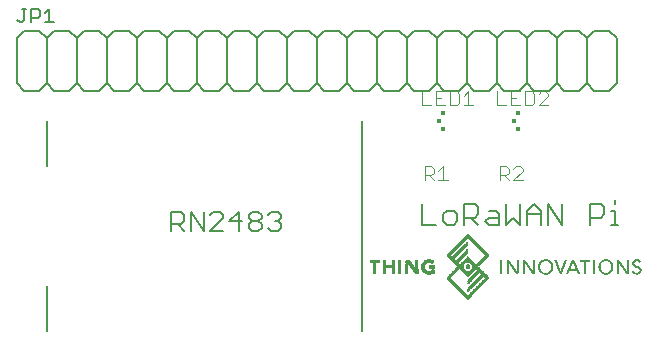
<source format=gto>
G75*
%MOIN*%
%OFA0B0*%
%FSLAX25Y25*%
%IPPOS*%
%LPD*%
%AMOC8*
5,1,8,0,0,1.08239X$1,22.5*
%
%ADD10C,0.00600*%
%ADD11C,0.00500*%
%ADD12C,0.00800*%
%ADD13R,0.00200X0.00050*%
%ADD14R,0.00400X0.00050*%
%ADD15R,0.00500X0.00050*%
%ADD16R,0.00600X0.00050*%
%ADD17R,0.00700X0.00050*%
%ADD18R,0.00800X0.00050*%
%ADD19R,0.00900X0.00050*%
%ADD20R,0.01000X0.00050*%
%ADD21R,0.01100X0.00050*%
%ADD22R,0.01200X0.00050*%
%ADD23R,0.01300X0.00050*%
%ADD24R,0.01400X0.00050*%
%ADD25R,0.01500X0.00050*%
%ADD26R,0.01600X0.00050*%
%ADD27R,0.01700X0.00050*%
%ADD28R,0.01800X0.00050*%
%ADD29R,0.01900X0.00050*%
%ADD30R,0.02000X0.00050*%
%ADD31R,0.02100X0.00050*%
%ADD32R,0.02200X0.00050*%
%ADD33R,0.02300X0.00050*%
%ADD34R,0.02400X0.00050*%
%ADD35R,0.02500X0.00050*%
%ADD36R,0.02600X0.00050*%
%ADD37R,0.02700X0.00050*%
%ADD38R,0.02800X0.00050*%
%ADD39R,0.02900X0.00050*%
%ADD40R,0.03000X0.00050*%
%ADD41R,0.01450X0.00050*%
%ADD42R,0.00250X0.00050*%
%ADD43R,0.00300X0.00050*%
%ADD44R,0.00450X0.00050*%
%ADD45R,0.00550X0.00050*%
%ADD46R,0.00650X0.00050*%
%ADD47R,0.00750X0.00050*%
%ADD48R,0.00850X0.00050*%
%ADD49R,0.00950X0.00050*%
%ADD50R,0.01050X0.00050*%
%ADD51R,0.01150X0.00050*%
%ADD52R,0.01250X0.00050*%
%ADD53R,0.01350X0.00050*%
%ADD54R,0.00050X0.00050*%
%ADD55R,0.00350X0.00050*%
%ADD56R,0.01550X0.00050*%
%ADD57R,0.01650X0.00050*%
%ADD58R,0.01750X0.00050*%
%ADD59R,0.01850X0.00050*%
%ADD60R,0.01950X0.00050*%
%ADD61R,0.02050X0.00050*%
%ADD62R,0.02150X0.00050*%
%ADD63R,0.02250X0.00050*%
%ADD64R,0.02750X0.00050*%
%ADD65R,0.02350X0.00050*%
%ADD66R,0.02950X0.00050*%
%ADD67R,0.02450X0.00050*%
%ADD68R,0.03200X0.00050*%
%ADD69R,0.02550X0.00050*%
%ADD70R,0.02650X0.00050*%
%ADD71R,0.03350X0.00050*%
%ADD72R,0.03500X0.00050*%
%ADD73R,0.03550X0.00050*%
%ADD74R,0.02850X0.00050*%
%ADD75R,0.03600X0.00050*%
%ADD76R,0.03700X0.00050*%
%ADD77R,0.03050X0.00050*%
%ADD78R,0.03750X0.00050*%
%ADD79R,0.03150X0.00050*%
%ADD80R,0.03800X0.00050*%
%ADD81R,0.03250X0.00050*%
%ADD82R,0.03850X0.00050*%
%ADD83R,0.03450X0.00050*%
%ADD84R,0.03900X0.00050*%
%ADD85R,0.03950X0.00050*%
%ADD86R,0.03650X0.00050*%
%ADD87R,0.00100X0.00050*%
%ADD88R,0.03300X0.00050*%
%ADD89R,0.03100X0.00050*%
%ADD90R,0.04000X0.00050*%
%ADD91R,0.00150X0.00050*%
%ADD92R,0.03400X0.00050*%
%ADD93C,0.00400*%
%ADD94R,0.01673X0.01280*%
%ADD95R,0.01378X0.01378*%
D10*
X0073427Y0055100D02*
X0073427Y0061505D01*
X0076630Y0061505D01*
X0077697Y0060438D01*
X0077697Y0058303D01*
X0076630Y0057235D01*
X0073427Y0057235D01*
X0075562Y0057235D02*
X0077697Y0055100D01*
X0079872Y0055100D02*
X0079872Y0061505D01*
X0084143Y0055100D01*
X0084143Y0061505D01*
X0086318Y0060438D02*
X0087386Y0061505D01*
X0089521Y0061505D01*
X0090588Y0060438D01*
X0090588Y0059370D01*
X0086318Y0055100D01*
X0090588Y0055100D01*
X0092763Y0058303D02*
X0097034Y0058303D01*
X0099209Y0059370D02*
X0099209Y0060438D01*
X0100277Y0061505D01*
X0102412Y0061505D01*
X0103479Y0060438D01*
X0103479Y0059370D01*
X0102412Y0058303D01*
X0100277Y0058303D01*
X0099209Y0059370D01*
X0100277Y0058303D02*
X0099209Y0057235D01*
X0099209Y0056168D01*
X0100277Y0055100D01*
X0102412Y0055100D01*
X0103479Y0056168D01*
X0103479Y0057235D01*
X0102412Y0058303D01*
X0105654Y0056168D02*
X0106722Y0055100D01*
X0108857Y0055100D01*
X0109925Y0056168D01*
X0109925Y0057235D01*
X0108857Y0058303D01*
X0107790Y0058303D01*
X0108857Y0058303D02*
X0109925Y0059370D01*
X0109925Y0060438D01*
X0108857Y0061505D01*
X0106722Y0061505D01*
X0105654Y0060438D01*
X0095966Y0061505D02*
X0095966Y0055100D01*
X0092763Y0058303D02*
X0095966Y0061505D01*
X0157100Y0064106D02*
X0157100Y0057100D01*
X0161771Y0057100D01*
X0164098Y0058268D02*
X0165266Y0057100D01*
X0167601Y0057100D01*
X0168769Y0058268D01*
X0168769Y0060603D01*
X0167601Y0061771D01*
X0165266Y0061771D01*
X0164098Y0060603D01*
X0164098Y0058268D01*
X0171096Y0059435D02*
X0174599Y0059435D01*
X0175767Y0060603D01*
X0175767Y0062938D01*
X0174599Y0064106D01*
X0171096Y0064106D01*
X0171096Y0057100D01*
X0173431Y0059435D02*
X0175767Y0057100D01*
X0178094Y0058268D02*
X0179262Y0059435D01*
X0182765Y0059435D01*
X0182765Y0060603D02*
X0182765Y0057100D01*
X0179262Y0057100D01*
X0178094Y0058268D01*
X0181597Y0061771D02*
X0182765Y0060603D01*
X0181597Y0061771D02*
X0179262Y0061771D01*
X0185092Y0064106D02*
X0185092Y0057100D01*
X0187427Y0059435D01*
X0189763Y0057100D01*
X0189763Y0064106D01*
X0192090Y0061771D02*
X0194425Y0064106D01*
X0196761Y0061771D01*
X0196761Y0057100D01*
X0199088Y0057100D02*
X0199088Y0064106D01*
X0203758Y0057100D01*
X0203758Y0064106D01*
X0196761Y0060603D02*
X0192090Y0060603D01*
X0192090Y0061771D02*
X0192090Y0057100D01*
X0213084Y0057100D02*
X0213084Y0064106D01*
X0216587Y0064106D01*
X0217754Y0062938D01*
X0217754Y0060603D01*
X0216587Y0059435D01*
X0213084Y0059435D01*
X0220082Y0057100D02*
X0222417Y0057100D01*
X0221249Y0057100D02*
X0221249Y0061771D01*
X0220082Y0061771D01*
X0221249Y0064106D02*
X0221249Y0065274D01*
X0219300Y0101800D02*
X0214300Y0101800D01*
X0211800Y0104300D01*
X0211800Y0119300D01*
X0214300Y0121800D01*
X0219300Y0121800D01*
X0221800Y0119300D01*
X0221800Y0104300D01*
X0219300Y0101800D01*
X0211800Y0104300D02*
X0209300Y0101800D01*
X0204300Y0101800D01*
X0201800Y0104300D01*
X0201800Y0119300D01*
X0204300Y0121800D01*
X0209300Y0121800D01*
X0211800Y0119300D01*
X0201800Y0119300D02*
X0199300Y0121800D01*
X0194300Y0121800D01*
X0191800Y0119300D01*
X0191800Y0104300D01*
X0189300Y0101800D01*
X0184300Y0101800D01*
X0181800Y0104300D01*
X0181800Y0119300D01*
X0184300Y0121800D01*
X0189300Y0121800D01*
X0191800Y0119300D01*
X0181800Y0119300D02*
X0179300Y0121800D01*
X0174300Y0121800D01*
X0171800Y0119300D01*
X0171800Y0104300D01*
X0169300Y0101800D01*
X0164300Y0101800D01*
X0161800Y0104300D01*
X0161800Y0119300D01*
X0164300Y0121800D01*
X0169300Y0121800D01*
X0171800Y0119300D01*
X0161800Y0119300D02*
X0159300Y0121800D01*
X0154300Y0121800D01*
X0151800Y0119300D01*
X0151800Y0104300D01*
X0149300Y0101800D01*
X0144300Y0101800D01*
X0141800Y0104300D01*
X0141800Y0119300D01*
X0144300Y0121800D01*
X0149300Y0121800D01*
X0151800Y0119300D01*
X0141800Y0119300D02*
X0139300Y0121800D01*
X0134300Y0121800D01*
X0131800Y0119300D01*
X0131800Y0104300D01*
X0129300Y0101800D01*
X0124300Y0101800D01*
X0121800Y0104300D01*
X0121800Y0119300D01*
X0124300Y0121800D01*
X0129300Y0121800D01*
X0131800Y0119300D01*
X0121800Y0119300D02*
X0119300Y0121800D01*
X0114300Y0121800D01*
X0111800Y0119300D01*
X0111800Y0104300D01*
X0109300Y0101800D01*
X0104300Y0101800D01*
X0101800Y0104300D01*
X0101800Y0119300D01*
X0104300Y0121800D01*
X0109300Y0121800D01*
X0111800Y0119300D01*
X0101800Y0119300D02*
X0099300Y0121800D01*
X0094300Y0121800D01*
X0091800Y0119300D01*
X0091800Y0104300D01*
X0089300Y0101800D01*
X0084300Y0101800D01*
X0081800Y0104300D01*
X0081800Y0119300D01*
X0084300Y0121800D01*
X0089300Y0121800D01*
X0091800Y0119300D01*
X0081800Y0119300D02*
X0079300Y0121800D01*
X0074300Y0121800D01*
X0071800Y0119300D01*
X0071800Y0104300D01*
X0074300Y0101800D01*
X0079300Y0101800D01*
X0081800Y0104300D01*
X0071800Y0104300D02*
X0069300Y0101800D01*
X0064300Y0101800D01*
X0061800Y0104300D01*
X0061800Y0119300D01*
X0064300Y0121800D01*
X0069300Y0121800D01*
X0071800Y0119300D01*
X0061800Y0119300D02*
X0059300Y0121800D01*
X0054300Y0121800D01*
X0051800Y0119300D01*
X0051800Y0104300D01*
X0054300Y0101800D01*
X0059300Y0101800D01*
X0061800Y0104300D01*
X0051800Y0104300D02*
X0049300Y0101800D01*
X0044300Y0101800D01*
X0041800Y0104300D01*
X0041800Y0119300D01*
X0044300Y0121800D01*
X0049300Y0121800D01*
X0051800Y0119300D01*
X0041800Y0119300D02*
X0039300Y0121800D01*
X0034300Y0121800D01*
X0031800Y0119300D01*
X0031800Y0104300D01*
X0034300Y0101800D01*
X0039300Y0101800D01*
X0041800Y0104300D01*
X0031800Y0104300D02*
X0029300Y0101800D01*
X0024300Y0101800D01*
X0021800Y0104300D01*
X0021800Y0119300D01*
X0024300Y0121800D01*
X0029300Y0121800D01*
X0031800Y0119300D01*
X0091800Y0104300D02*
X0094300Y0101800D01*
X0099300Y0101800D01*
X0101800Y0104300D01*
X0111800Y0104300D02*
X0114300Y0101800D01*
X0119300Y0101800D01*
X0121800Y0104300D01*
X0131800Y0104300D02*
X0134300Y0101800D01*
X0139300Y0101800D01*
X0141800Y0104300D01*
X0151800Y0104300D02*
X0154300Y0101800D01*
X0159300Y0101800D01*
X0161800Y0104300D01*
X0171800Y0104300D02*
X0174300Y0101800D01*
X0179300Y0101800D01*
X0181800Y0104300D01*
X0191800Y0104300D02*
X0194300Y0101800D01*
X0199300Y0101800D01*
X0201800Y0104300D01*
D11*
X0034260Y0124550D02*
X0031258Y0124550D01*
X0032759Y0124550D02*
X0032759Y0129054D01*
X0031258Y0127553D01*
X0029656Y0128303D02*
X0029656Y0126802D01*
X0028906Y0126051D01*
X0026654Y0126051D01*
X0026654Y0124550D02*
X0026654Y0129054D01*
X0028906Y0129054D01*
X0029656Y0128303D01*
X0025053Y0129054D02*
X0023551Y0129054D01*
X0024302Y0129054D02*
X0024302Y0125301D01*
X0023551Y0124550D01*
X0022801Y0124550D01*
X0022050Y0125301D01*
D12*
X0031800Y0036800D02*
X0031800Y0021800D01*
X0031800Y0076800D02*
X0031800Y0091800D01*
X0136800Y0091800D02*
X0136800Y0021800D01*
D13*
X0172225Y0032100D03*
X0172375Y0034700D03*
X0172375Y0037250D03*
X0172075Y0048600D03*
X0172225Y0053750D03*
X0227475Y0041300D03*
X0229625Y0044550D03*
D14*
X0227475Y0044350D03*
X0227425Y0044200D03*
X0227425Y0044150D03*
X0227425Y0044100D03*
X0227425Y0044050D03*
X0227425Y0044000D03*
X0227425Y0043950D03*
X0227425Y0043900D03*
X0227425Y0043850D03*
X0227475Y0043700D03*
X0225575Y0043700D03*
X0225575Y0043750D03*
X0225575Y0043800D03*
X0225575Y0043850D03*
X0225575Y0043900D03*
X0225575Y0043950D03*
X0225575Y0044000D03*
X0225575Y0044050D03*
X0225575Y0044100D03*
X0225575Y0044150D03*
X0225575Y0044200D03*
X0225575Y0044250D03*
X0225575Y0044300D03*
X0225575Y0044350D03*
X0225575Y0044400D03*
X0225575Y0044450D03*
X0225575Y0044500D03*
X0225575Y0044550D03*
X0225575Y0044600D03*
X0225575Y0044650D03*
X0225575Y0044700D03*
X0225575Y0044750D03*
X0225575Y0044800D03*
X0225575Y0044850D03*
X0225575Y0044900D03*
X0225575Y0044950D03*
X0225575Y0045000D03*
X0225575Y0045050D03*
X0225575Y0045100D03*
X0225575Y0045150D03*
X0225575Y0043650D03*
X0225575Y0043600D03*
X0225575Y0043550D03*
X0225575Y0043500D03*
X0225575Y0043450D03*
X0225575Y0043400D03*
X0225575Y0043350D03*
X0225575Y0043300D03*
X0225575Y0043250D03*
X0225575Y0043200D03*
X0225575Y0043150D03*
X0225575Y0043100D03*
X0225575Y0043050D03*
X0225575Y0043000D03*
X0225575Y0042950D03*
X0225575Y0042900D03*
X0225575Y0042850D03*
X0225575Y0042800D03*
X0225575Y0042750D03*
X0225575Y0042700D03*
X0225575Y0042650D03*
X0225575Y0042600D03*
X0225575Y0042550D03*
X0225575Y0042500D03*
X0225575Y0042450D03*
X0225575Y0042400D03*
X0225575Y0042350D03*
X0225575Y0042300D03*
X0225575Y0042250D03*
X0225575Y0042200D03*
X0225575Y0042150D03*
X0225575Y0042100D03*
X0225575Y0042050D03*
X0225575Y0042000D03*
X0225575Y0041950D03*
X0225575Y0041900D03*
X0225575Y0041850D03*
X0225575Y0041800D03*
X0225575Y0041750D03*
X0225575Y0041700D03*
X0225575Y0041650D03*
X0225575Y0041600D03*
X0225575Y0041550D03*
X0225575Y0041500D03*
X0225575Y0041450D03*
X0225575Y0041400D03*
X0225575Y0041350D03*
X0225575Y0041300D03*
X0225575Y0041250D03*
X0225575Y0041200D03*
X0225575Y0041150D03*
X0227425Y0041200D03*
X0228575Y0040450D03*
X0229775Y0041450D03*
X0229775Y0041500D03*
X0229825Y0041650D03*
X0229825Y0041700D03*
X0229825Y0041750D03*
X0229825Y0041800D03*
X0229825Y0041850D03*
X0229775Y0042000D03*
X0222175Y0042000D03*
X0222175Y0042050D03*
X0222175Y0042100D03*
X0222175Y0042150D03*
X0222175Y0042200D03*
X0222175Y0042250D03*
X0222175Y0042300D03*
X0222175Y0042350D03*
X0222175Y0042400D03*
X0222175Y0042450D03*
X0222175Y0042500D03*
X0222175Y0042550D03*
X0222175Y0042600D03*
X0222175Y0042650D03*
X0222175Y0042700D03*
X0222175Y0042750D03*
X0222175Y0042800D03*
X0222175Y0042850D03*
X0222175Y0042900D03*
X0222175Y0042950D03*
X0222175Y0043000D03*
X0222175Y0043050D03*
X0222175Y0043100D03*
X0222175Y0043150D03*
X0222175Y0043200D03*
X0222175Y0043250D03*
X0222175Y0043300D03*
X0222175Y0043350D03*
X0222175Y0043400D03*
X0222175Y0043450D03*
X0222175Y0043500D03*
X0222175Y0043550D03*
X0222175Y0043600D03*
X0222175Y0043650D03*
X0222175Y0043700D03*
X0222175Y0043750D03*
X0222175Y0043800D03*
X0222175Y0043850D03*
X0222175Y0043900D03*
X0222175Y0043950D03*
X0222175Y0044000D03*
X0222175Y0044050D03*
X0222175Y0044100D03*
X0222175Y0044150D03*
X0222175Y0044200D03*
X0222175Y0044250D03*
X0222175Y0044300D03*
X0222175Y0044350D03*
X0222175Y0044400D03*
X0222175Y0044450D03*
X0222175Y0044500D03*
X0222175Y0044550D03*
X0220325Y0043650D03*
X0220375Y0043500D03*
X0220375Y0043450D03*
X0220425Y0043300D03*
X0220425Y0043250D03*
X0220425Y0043200D03*
X0220425Y0043150D03*
X0220425Y0043100D03*
X0220425Y0043050D03*
X0220425Y0043000D03*
X0220425Y0042700D03*
X0220425Y0042650D03*
X0220425Y0042600D03*
X0220425Y0042550D03*
X0220425Y0042500D03*
X0220425Y0042450D03*
X0220375Y0042300D03*
X0220375Y0042250D03*
X0220375Y0042200D03*
X0220325Y0042100D03*
X0220325Y0042050D03*
X0222175Y0041950D03*
X0222175Y0041900D03*
X0222175Y0041850D03*
X0222175Y0041800D03*
X0222175Y0041750D03*
X0222175Y0041700D03*
X0222175Y0041650D03*
X0222175Y0041600D03*
X0222175Y0041550D03*
X0222175Y0041500D03*
X0222175Y0041450D03*
X0222175Y0041400D03*
X0222175Y0041350D03*
X0222175Y0041300D03*
X0222175Y0041250D03*
X0222175Y0041200D03*
X0222175Y0041150D03*
X0222175Y0041100D03*
X0222175Y0041050D03*
X0222175Y0041000D03*
X0222175Y0040950D03*
X0222175Y0040900D03*
X0222175Y0040850D03*
X0222175Y0040800D03*
X0222175Y0040750D03*
X0222175Y0040700D03*
X0222175Y0040650D03*
X0222175Y0040600D03*
X0216225Y0042050D03*
X0216175Y0042200D03*
X0216175Y0042250D03*
X0216125Y0042400D03*
X0216125Y0042450D03*
X0216125Y0042500D03*
X0216125Y0042550D03*
X0216075Y0042800D03*
X0216075Y0042850D03*
X0216075Y0042900D03*
X0216125Y0043150D03*
X0216125Y0043200D03*
X0216125Y0043250D03*
X0216125Y0043300D03*
X0216125Y0043350D03*
X0216175Y0043500D03*
X0216175Y0043550D03*
X0216225Y0043700D03*
X0214375Y0043700D03*
X0214375Y0043750D03*
X0214375Y0043800D03*
X0214375Y0043850D03*
X0214375Y0043900D03*
X0214375Y0043950D03*
X0214375Y0044000D03*
X0214375Y0044050D03*
X0214375Y0044100D03*
X0214375Y0044150D03*
X0214375Y0044200D03*
X0214375Y0044250D03*
X0214375Y0044300D03*
X0214375Y0044350D03*
X0214375Y0044400D03*
X0214375Y0044450D03*
X0214375Y0044500D03*
X0214375Y0044550D03*
X0214375Y0044600D03*
X0214375Y0044650D03*
X0214375Y0044700D03*
X0214375Y0044750D03*
X0214375Y0044800D03*
X0214375Y0044850D03*
X0214375Y0044900D03*
X0214375Y0044950D03*
X0214375Y0045000D03*
X0214375Y0045050D03*
X0214375Y0045100D03*
X0214375Y0045150D03*
X0214375Y0043650D03*
X0214375Y0043600D03*
X0214375Y0043550D03*
X0214375Y0043500D03*
X0214375Y0043450D03*
X0214375Y0043400D03*
X0214375Y0043350D03*
X0214375Y0043300D03*
X0214375Y0043250D03*
X0214375Y0043200D03*
X0214375Y0043150D03*
X0214375Y0043100D03*
X0214375Y0043050D03*
X0214375Y0043000D03*
X0214375Y0042950D03*
X0214375Y0042900D03*
X0214375Y0042850D03*
X0214375Y0042800D03*
X0214375Y0042750D03*
X0214375Y0042700D03*
X0214375Y0042650D03*
X0214375Y0042600D03*
X0214375Y0042550D03*
X0214375Y0042500D03*
X0214375Y0042450D03*
X0214375Y0042400D03*
X0214375Y0042350D03*
X0214375Y0042300D03*
X0214375Y0042250D03*
X0214375Y0042200D03*
X0214375Y0042150D03*
X0214375Y0042100D03*
X0214375Y0042050D03*
X0214375Y0042000D03*
X0214375Y0041950D03*
X0214375Y0041900D03*
X0214375Y0041850D03*
X0214375Y0041800D03*
X0214375Y0041750D03*
X0214375Y0041700D03*
X0214375Y0041650D03*
X0214375Y0041600D03*
X0214375Y0041550D03*
X0214375Y0041500D03*
X0214375Y0041450D03*
X0214375Y0041400D03*
X0214375Y0041350D03*
X0214375Y0041300D03*
X0214375Y0041250D03*
X0214375Y0041200D03*
X0214375Y0041150D03*
X0214375Y0041100D03*
X0214375Y0041050D03*
X0214375Y0041000D03*
X0214375Y0040950D03*
X0214375Y0040900D03*
X0214375Y0040850D03*
X0214375Y0040800D03*
X0214375Y0040750D03*
X0214375Y0040700D03*
X0214375Y0040650D03*
X0214375Y0040600D03*
X0211325Y0040600D03*
X0211325Y0040650D03*
X0211325Y0040700D03*
X0211325Y0040750D03*
X0211325Y0040800D03*
X0211325Y0040850D03*
X0211325Y0040900D03*
X0211325Y0040950D03*
X0211325Y0041000D03*
X0211325Y0041050D03*
X0211325Y0041100D03*
X0211325Y0041150D03*
X0211325Y0041200D03*
X0211325Y0041250D03*
X0211325Y0041300D03*
X0211325Y0041350D03*
X0211325Y0041400D03*
X0211325Y0041450D03*
X0211325Y0041500D03*
X0211325Y0041550D03*
X0211325Y0041600D03*
X0211325Y0041650D03*
X0211325Y0041700D03*
X0211325Y0041750D03*
X0211325Y0041800D03*
X0211325Y0041850D03*
X0211325Y0041900D03*
X0211325Y0041950D03*
X0211325Y0042000D03*
X0211325Y0042050D03*
X0211325Y0042100D03*
X0211325Y0042150D03*
X0211325Y0042200D03*
X0211325Y0042250D03*
X0211325Y0042300D03*
X0211325Y0042350D03*
X0211325Y0042400D03*
X0211325Y0042450D03*
X0211325Y0042500D03*
X0211325Y0042550D03*
X0211325Y0042600D03*
X0211325Y0042650D03*
X0211325Y0042700D03*
X0211325Y0042750D03*
X0211325Y0042800D03*
X0211325Y0042850D03*
X0211325Y0042900D03*
X0211325Y0042950D03*
X0211325Y0043000D03*
X0211325Y0043050D03*
X0211325Y0043100D03*
X0211325Y0043150D03*
X0211325Y0043200D03*
X0211325Y0043250D03*
X0211325Y0043300D03*
X0211325Y0043350D03*
X0211325Y0043400D03*
X0211325Y0043450D03*
X0211325Y0043500D03*
X0211325Y0043550D03*
X0211325Y0043600D03*
X0211325Y0043650D03*
X0211325Y0043700D03*
X0211325Y0043750D03*
X0211325Y0043800D03*
X0211325Y0043850D03*
X0211325Y0043900D03*
X0211325Y0043950D03*
X0211325Y0044000D03*
X0211325Y0044050D03*
X0211325Y0044100D03*
X0211325Y0044150D03*
X0211325Y0044200D03*
X0211325Y0044250D03*
X0211325Y0044300D03*
X0211325Y0044350D03*
X0211325Y0044400D03*
X0211325Y0044450D03*
X0211325Y0044500D03*
X0211325Y0044550D03*
X0211325Y0044600D03*
X0211325Y0044650D03*
X0211325Y0044700D03*
X0211325Y0044750D03*
X0208075Y0043450D03*
X0208025Y0043550D03*
X0207975Y0043700D03*
X0207925Y0043800D03*
X0207875Y0043900D03*
X0207825Y0044050D03*
X0207775Y0044150D03*
X0207725Y0044300D03*
X0207675Y0044400D03*
X0207625Y0044500D03*
X0207625Y0044550D03*
X0207575Y0044650D03*
X0207075Y0044600D03*
X0207025Y0044500D03*
X0207025Y0044450D03*
X0206975Y0044400D03*
X0206975Y0044350D03*
X0206925Y0044250D03*
X0206925Y0044200D03*
X0206875Y0044150D03*
X0206875Y0044100D03*
X0206825Y0044050D03*
X0206825Y0044000D03*
X0206775Y0043950D03*
X0206775Y0043900D03*
X0206775Y0043850D03*
X0206725Y0043800D03*
X0206725Y0043750D03*
X0206675Y0043700D03*
X0206675Y0043650D03*
X0206625Y0043600D03*
X0206625Y0043550D03*
X0206625Y0043500D03*
X0206575Y0043450D03*
X0206575Y0043400D03*
X0206525Y0043350D03*
X0206525Y0043300D03*
X0206475Y0043250D03*
X0206475Y0043200D03*
X0206425Y0043100D03*
X0206425Y0043050D03*
X0206375Y0043000D03*
X0206375Y0042950D03*
X0206325Y0042900D03*
X0206325Y0042850D03*
X0206275Y0042750D03*
X0206275Y0042700D03*
X0206225Y0042650D03*
X0206225Y0042600D03*
X0206175Y0042550D03*
X0206175Y0042500D03*
X0206125Y0042400D03*
X0206075Y0042300D03*
X0206075Y0042250D03*
X0205825Y0041700D03*
X0205775Y0041600D03*
X0205775Y0041550D03*
X0205725Y0041500D03*
X0205725Y0041450D03*
X0205675Y0041350D03*
X0205625Y0041250D03*
X0205575Y0041100D03*
X0205525Y0041000D03*
X0205475Y0040900D03*
X0205425Y0040750D03*
X0205375Y0040650D03*
X0203475Y0041350D03*
X0203475Y0041400D03*
X0203475Y0041450D03*
X0203525Y0041500D03*
X0203525Y0041550D03*
X0203575Y0041600D03*
X0203575Y0041650D03*
X0203575Y0041700D03*
X0203625Y0041750D03*
X0203625Y0041800D03*
X0203625Y0041850D03*
X0203675Y0041900D03*
X0203675Y0041950D03*
X0203725Y0042050D03*
X0203725Y0042100D03*
X0203775Y0042150D03*
X0203775Y0042200D03*
X0203775Y0042250D03*
X0203825Y0042300D03*
X0203825Y0042350D03*
X0203875Y0042450D03*
X0203875Y0042500D03*
X0203925Y0042550D03*
X0203925Y0042600D03*
X0203975Y0042700D03*
X0203975Y0042750D03*
X0204025Y0042850D03*
X0204025Y0042900D03*
X0204075Y0042950D03*
X0204075Y0043000D03*
X0204125Y0043100D03*
X0204125Y0043150D03*
X0204175Y0043250D03*
X0204175Y0043300D03*
X0204225Y0043400D03*
X0204275Y0043500D03*
X0204275Y0043550D03*
X0204325Y0043650D03*
X0204375Y0043800D03*
X0204425Y0043900D03*
X0204425Y0043950D03*
X0204475Y0044050D03*
X0204525Y0044200D03*
X0204575Y0044300D03*
X0204575Y0044350D03*
X0204625Y0044450D03*
X0204675Y0044600D03*
X0204725Y0044750D03*
X0204775Y0044850D03*
X0204825Y0045000D03*
X0201875Y0044000D03*
X0201925Y0043850D03*
X0202025Y0043600D03*
X0202075Y0043450D03*
X0202125Y0043300D03*
X0202175Y0043200D03*
X0202225Y0043050D03*
X0202275Y0042900D03*
X0202325Y0042800D03*
X0202375Y0042650D03*
X0202425Y0042500D03*
X0202475Y0042400D03*
X0202475Y0042350D03*
X0202525Y0042250D03*
X0202575Y0042100D03*
X0202625Y0042000D03*
X0202625Y0041950D03*
X0202675Y0041850D03*
X0202725Y0041700D03*
X0202775Y0041550D03*
X0202825Y0041450D03*
X0202825Y0041400D03*
X0202875Y0041300D03*
X0202925Y0041150D03*
X0203375Y0041150D03*
X0203425Y0041200D03*
X0203425Y0041250D03*
X0203425Y0041300D03*
X0200275Y0042200D03*
X0200275Y0042250D03*
X0200275Y0042300D03*
X0200325Y0042450D03*
X0200325Y0042500D03*
X0200325Y0042550D03*
X0200325Y0042600D03*
X0200325Y0042650D03*
X0200325Y0042700D03*
X0200325Y0043050D03*
X0200325Y0043100D03*
X0200325Y0043150D03*
X0200325Y0043200D03*
X0200325Y0043250D03*
X0200325Y0043300D03*
X0200275Y0043450D03*
X0200275Y0043500D03*
X0200225Y0043650D03*
X0200175Y0043800D03*
X0201725Y0044400D03*
X0201575Y0044800D03*
X0201525Y0044950D03*
X0200225Y0042050D03*
X0196125Y0042050D03*
X0196075Y0042200D03*
X0196075Y0042250D03*
X0196025Y0042400D03*
X0196025Y0042450D03*
X0196025Y0042500D03*
X0196025Y0042550D03*
X0195975Y0042850D03*
X0195975Y0042900D03*
X0196025Y0043150D03*
X0196025Y0043200D03*
X0196025Y0043250D03*
X0196025Y0043300D03*
X0196025Y0043350D03*
X0196075Y0043500D03*
X0196075Y0043550D03*
X0196125Y0043700D03*
X0194275Y0043700D03*
X0194275Y0043750D03*
X0194275Y0043800D03*
X0194275Y0043850D03*
X0194275Y0043900D03*
X0194275Y0043950D03*
X0194275Y0044000D03*
X0194275Y0044050D03*
X0194275Y0044100D03*
X0194275Y0044150D03*
X0194275Y0044200D03*
X0194275Y0044250D03*
X0194275Y0044300D03*
X0194275Y0044350D03*
X0194275Y0044400D03*
X0194275Y0044450D03*
X0194275Y0044500D03*
X0194275Y0044550D03*
X0194275Y0044600D03*
X0194275Y0044650D03*
X0194275Y0044700D03*
X0194275Y0044750D03*
X0194275Y0044800D03*
X0194275Y0044850D03*
X0194275Y0044900D03*
X0194275Y0044950D03*
X0194275Y0045000D03*
X0194275Y0045050D03*
X0194275Y0045100D03*
X0194275Y0045150D03*
X0194275Y0043650D03*
X0194275Y0043600D03*
X0194275Y0043550D03*
X0194275Y0043500D03*
X0194275Y0043450D03*
X0194275Y0043400D03*
X0194275Y0043350D03*
X0194275Y0043300D03*
X0194275Y0043250D03*
X0194275Y0043200D03*
X0194275Y0043150D03*
X0194275Y0043100D03*
X0194275Y0043050D03*
X0194275Y0043000D03*
X0194275Y0042950D03*
X0194275Y0042900D03*
X0194275Y0042850D03*
X0194275Y0042800D03*
X0194275Y0042750D03*
X0194275Y0042700D03*
X0194275Y0042650D03*
X0194275Y0042600D03*
X0194275Y0042550D03*
X0194275Y0042500D03*
X0194275Y0042450D03*
X0194275Y0042400D03*
X0194275Y0042350D03*
X0194275Y0042300D03*
X0194275Y0042250D03*
X0194275Y0042200D03*
X0194275Y0042150D03*
X0194275Y0042100D03*
X0194275Y0042050D03*
X0194275Y0042000D03*
X0194275Y0041950D03*
X0194275Y0041900D03*
X0194275Y0041850D03*
X0194275Y0041800D03*
X0194275Y0041750D03*
X0194275Y0041700D03*
X0194275Y0041650D03*
X0194275Y0041600D03*
X0194275Y0041550D03*
X0194275Y0041500D03*
X0194275Y0041450D03*
X0194275Y0041400D03*
X0194275Y0041350D03*
X0194275Y0041300D03*
X0194275Y0041250D03*
X0194275Y0041200D03*
X0194275Y0041150D03*
X0190875Y0041150D03*
X0190875Y0041200D03*
X0190875Y0041250D03*
X0190875Y0041300D03*
X0190875Y0041350D03*
X0190875Y0041400D03*
X0190875Y0041450D03*
X0190875Y0041500D03*
X0190875Y0041550D03*
X0190875Y0041600D03*
X0190875Y0041650D03*
X0190875Y0041700D03*
X0190875Y0041750D03*
X0190875Y0041800D03*
X0190875Y0041850D03*
X0190875Y0041900D03*
X0190875Y0041950D03*
X0190875Y0042000D03*
X0190875Y0042050D03*
X0190875Y0042100D03*
X0190875Y0042150D03*
X0190875Y0042200D03*
X0190875Y0042250D03*
X0190875Y0042300D03*
X0190875Y0042350D03*
X0190875Y0042400D03*
X0190875Y0042450D03*
X0190875Y0042500D03*
X0190875Y0042550D03*
X0190875Y0042600D03*
X0190875Y0042650D03*
X0190875Y0042700D03*
X0190875Y0042750D03*
X0190875Y0042800D03*
X0190875Y0042850D03*
X0190875Y0042900D03*
X0190875Y0042950D03*
X0190875Y0043000D03*
X0190875Y0043050D03*
X0190875Y0043100D03*
X0190875Y0043150D03*
X0190875Y0043200D03*
X0190875Y0043250D03*
X0190875Y0043300D03*
X0190875Y0043350D03*
X0190875Y0043400D03*
X0190875Y0043450D03*
X0190875Y0043500D03*
X0190875Y0043550D03*
X0190875Y0043600D03*
X0190875Y0043650D03*
X0190875Y0043700D03*
X0190875Y0043750D03*
X0190875Y0043800D03*
X0190875Y0043850D03*
X0190875Y0043900D03*
X0190875Y0043950D03*
X0190875Y0044000D03*
X0190875Y0044050D03*
X0190875Y0044100D03*
X0190875Y0044150D03*
X0190875Y0044200D03*
X0190875Y0044250D03*
X0190875Y0044300D03*
X0190875Y0044350D03*
X0190875Y0044400D03*
X0190875Y0044450D03*
X0190875Y0044500D03*
X0190875Y0044550D03*
X0185475Y0044550D03*
X0185475Y0044500D03*
X0185475Y0044450D03*
X0185475Y0044400D03*
X0185475Y0044350D03*
X0185475Y0044300D03*
X0185475Y0044250D03*
X0185475Y0044200D03*
X0185475Y0044150D03*
X0185475Y0044100D03*
X0185475Y0044050D03*
X0185475Y0044000D03*
X0185475Y0043950D03*
X0185475Y0043900D03*
X0185475Y0043850D03*
X0185475Y0043800D03*
X0185475Y0043750D03*
X0185475Y0043700D03*
X0185475Y0043650D03*
X0185475Y0043600D03*
X0185475Y0043550D03*
X0185475Y0043500D03*
X0185475Y0043450D03*
X0185475Y0043400D03*
X0185475Y0043350D03*
X0185475Y0043300D03*
X0185475Y0043250D03*
X0185475Y0043200D03*
X0185475Y0043150D03*
X0185475Y0043100D03*
X0185475Y0043050D03*
X0185475Y0043000D03*
X0185475Y0042950D03*
X0185475Y0042900D03*
X0185475Y0042850D03*
X0185475Y0042800D03*
X0185475Y0042750D03*
X0185475Y0042700D03*
X0185475Y0042650D03*
X0185475Y0042600D03*
X0185475Y0042550D03*
X0185475Y0042500D03*
X0185475Y0042450D03*
X0185475Y0042400D03*
X0185475Y0042350D03*
X0185475Y0042300D03*
X0185475Y0042250D03*
X0185475Y0042200D03*
X0185475Y0042150D03*
X0185475Y0042100D03*
X0185475Y0042050D03*
X0185475Y0042000D03*
X0185475Y0041950D03*
X0185475Y0041900D03*
X0185475Y0041850D03*
X0185475Y0041800D03*
X0185475Y0041750D03*
X0185475Y0041700D03*
X0185475Y0041650D03*
X0185475Y0041600D03*
X0185475Y0041550D03*
X0185475Y0041500D03*
X0185475Y0041450D03*
X0185475Y0041400D03*
X0185475Y0041350D03*
X0185475Y0041300D03*
X0185475Y0041250D03*
X0185475Y0041200D03*
X0185475Y0041150D03*
X0185475Y0041100D03*
X0185475Y0041050D03*
X0185475Y0041000D03*
X0185475Y0040950D03*
X0185475Y0040900D03*
X0185475Y0040850D03*
X0185475Y0040800D03*
X0185475Y0040750D03*
X0185475Y0040700D03*
X0185475Y0040650D03*
X0185475Y0040600D03*
X0183425Y0040600D03*
X0183425Y0040650D03*
X0183425Y0040700D03*
X0183425Y0040750D03*
X0183425Y0040800D03*
X0183425Y0040850D03*
X0183425Y0040900D03*
X0183425Y0040950D03*
X0183425Y0041000D03*
X0183425Y0041050D03*
X0183425Y0041100D03*
X0183425Y0041150D03*
X0183425Y0041200D03*
X0183425Y0041250D03*
X0183425Y0041300D03*
X0183425Y0041350D03*
X0183425Y0041400D03*
X0183425Y0041450D03*
X0183425Y0041500D03*
X0183425Y0041550D03*
X0183425Y0041600D03*
X0183425Y0041650D03*
X0183425Y0041700D03*
X0183425Y0041750D03*
X0183425Y0041800D03*
X0183425Y0041850D03*
X0183425Y0041900D03*
X0183425Y0041950D03*
X0183425Y0042000D03*
X0183425Y0042050D03*
X0183425Y0042100D03*
X0183425Y0042150D03*
X0183425Y0042200D03*
X0183425Y0042250D03*
X0183425Y0042300D03*
X0183425Y0042350D03*
X0183425Y0042400D03*
X0183425Y0042450D03*
X0183425Y0042500D03*
X0183425Y0042550D03*
X0183425Y0042600D03*
X0183425Y0042650D03*
X0183425Y0042700D03*
X0183425Y0042750D03*
X0183425Y0042800D03*
X0183425Y0042850D03*
X0183425Y0042900D03*
X0183425Y0042950D03*
X0183425Y0043000D03*
X0183425Y0043050D03*
X0183425Y0043100D03*
X0183425Y0043150D03*
X0183425Y0043200D03*
X0183425Y0043250D03*
X0183425Y0043300D03*
X0183425Y0043350D03*
X0183425Y0043400D03*
X0183425Y0043450D03*
X0183425Y0043500D03*
X0183425Y0043550D03*
X0183425Y0043600D03*
X0183425Y0043650D03*
X0183425Y0043700D03*
X0183425Y0043750D03*
X0183425Y0043800D03*
X0183425Y0043850D03*
X0183425Y0043900D03*
X0183425Y0043950D03*
X0183425Y0044000D03*
X0183425Y0044050D03*
X0183425Y0044100D03*
X0183425Y0044150D03*
X0183425Y0044200D03*
X0183425Y0044250D03*
X0183425Y0044300D03*
X0183425Y0044350D03*
X0183425Y0044400D03*
X0183425Y0044450D03*
X0183425Y0044500D03*
X0183425Y0044550D03*
X0183425Y0044600D03*
X0183425Y0044650D03*
X0183425Y0044700D03*
X0183425Y0044750D03*
X0183425Y0044800D03*
X0183425Y0044850D03*
X0183425Y0044900D03*
X0183425Y0044950D03*
X0183425Y0045000D03*
X0183425Y0045050D03*
X0183425Y0045100D03*
X0183425Y0045150D03*
X0190875Y0041100D03*
X0190875Y0041050D03*
X0190875Y0041000D03*
X0190875Y0040950D03*
X0190875Y0040900D03*
X0190875Y0040850D03*
X0190875Y0040800D03*
X0190875Y0040750D03*
X0190875Y0040700D03*
X0190875Y0040650D03*
X0190875Y0040600D03*
X0208125Y0043300D03*
X0208175Y0043200D03*
X0208225Y0043100D03*
X0208275Y0042950D03*
X0208325Y0042850D03*
X0208425Y0042600D03*
X0208525Y0042350D03*
X0208575Y0042250D03*
X0172425Y0034850D03*
X0172225Y0032150D03*
X0172025Y0048450D03*
X0172025Y0050950D03*
X0172225Y0053700D03*
D15*
X0172225Y0053650D03*
X0171975Y0050850D03*
X0171975Y0048350D03*
X0172225Y0046100D03*
X0160375Y0044150D03*
X0172475Y0037500D03*
X0172475Y0034950D03*
X0172225Y0032200D03*
X0187425Y0042450D03*
X0187425Y0042500D03*
X0187375Y0042550D03*
X0187325Y0042600D03*
X0187325Y0042650D03*
X0187275Y0042700D03*
X0187225Y0042750D03*
X0187175Y0042850D03*
X0187125Y0042900D03*
X0187075Y0043000D03*
X0187025Y0043050D03*
X0186975Y0043100D03*
X0186975Y0043150D03*
X0186925Y0043200D03*
X0186875Y0043250D03*
X0186825Y0043350D03*
X0186775Y0043400D03*
X0186725Y0043500D03*
X0186675Y0043550D03*
X0186625Y0043600D03*
X0186625Y0043650D03*
X0186575Y0043700D03*
X0186525Y0043750D03*
X0186525Y0043800D03*
X0186475Y0043850D03*
X0186425Y0043900D03*
X0186375Y0044000D03*
X0186325Y0044050D03*
X0186275Y0044150D03*
X0186225Y0044200D03*
X0186175Y0044250D03*
X0186175Y0044300D03*
X0186125Y0044350D03*
X0186075Y0044400D03*
X0186025Y0044500D03*
X0185975Y0044550D03*
X0187475Y0042400D03*
X0187525Y0042350D03*
X0187575Y0042250D03*
X0187625Y0042200D03*
X0187675Y0042100D03*
X0187725Y0042050D03*
X0187775Y0042000D03*
X0187775Y0041950D03*
X0187825Y0041900D03*
X0187875Y0041850D03*
X0187925Y0041750D03*
X0187975Y0041700D03*
X0188025Y0041600D03*
X0188075Y0041550D03*
X0188125Y0041450D03*
X0188175Y0041400D03*
X0188225Y0041350D03*
X0188225Y0041300D03*
X0188275Y0041250D03*
X0188325Y0041200D03*
X0192425Y0043050D03*
X0192425Y0043100D03*
X0192375Y0043150D03*
X0192325Y0043200D03*
X0192275Y0043300D03*
X0192225Y0043350D03*
X0192175Y0043450D03*
X0192125Y0043500D03*
X0192075Y0043550D03*
X0192075Y0043600D03*
X0192025Y0043650D03*
X0191975Y0043700D03*
X0191975Y0043750D03*
X0191925Y0043800D03*
X0191875Y0043850D03*
X0191825Y0043950D03*
X0191775Y0044000D03*
X0191725Y0044100D03*
X0191675Y0044150D03*
X0191625Y0044200D03*
X0191625Y0044250D03*
X0191575Y0044300D03*
X0191525Y0044350D03*
X0191475Y0044450D03*
X0191425Y0044500D03*
X0192475Y0043000D03*
X0192525Y0042950D03*
X0192575Y0042850D03*
X0192625Y0042800D03*
X0192675Y0042700D03*
X0192725Y0042650D03*
X0192775Y0042600D03*
X0192775Y0042550D03*
X0192825Y0042500D03*
X0192875Y0042450D03*
X0192875Y0042400D03*
X0192925Y0042350D03*
X0192975Y0042300D03*
X0193025Y0042200D03*
X0193075Y0042150D03*
X0193125Y0042050D03*
X0193175Y0042000D03*
X0193225Y0041950D03*
X0193225Y0041900D03*
X0193275Y0041850D03*
X0193325Y0041800D03*
X0193375Y0041700D03*
X0193425Y0041650D03*
X0193475Y0041550D03*
X0193525Y0041500D03*
X0193575Y0041450D03*
X0193575Y0041400D03*
X0193625Y0041350D03*
X0193675Y0041300D03*
X0193675Y0041250D03*
X0193725Y0041200D03*
X0193775Y0041150D03*
X0196225Y0041800D03*
X0196275Y0041700D03*
X0196325Y0041600D03*
X0196375Y0041550D03*
X0196425Y0041500D03*
X0196425Y0041450D03*
X0196475Y0041400D03*
X0196525Y0041350D03*
X0198175Y0040450D03*
X0199775Y0041300D03*
X0199825Y0041350D03*
X0199875Y0041400D03*
X0199925Y0041500D03*
X0199975Y0041550D03*
X0200075Y0044000D03*
X0200025Y0044100D03*
X0199975Y0044150D03*
X0199925Y0044250D03*
X0199875Y0044300D03*
X0196475Y0044300D03*
X0196425Y0044250D03*
X0196375Y0044200D03*
X0196325Y0044100D03*
X0209025Y0041150D03*
X0209175Y0040800D03*
X0216325Y0041800D03*
X0216375Y0041700D03*
X0216425Y0041600D03*
X0216475Y0041550D03*
X0216525Y0041450D03*
X0216575Y0041400D03*
X0216625Y0041350D03*
X0219925Y0041350D03*
X0219975Y0041400D03*
X0220025Y0041500D03*
X0220075Y0041550D03*
X0220125Y0041650D03*
X0220175Y0044000D03*
X0220125Y0044100D03*
X0220075Y0044150D03*
X0220025Y0044250D03*
X0219975Y0044300D03*
X0219925Y0044350D03*
X0222675Y0044550D03*
X0222725Y0044500D03*
X0222775Y0044450D03*
X0222825Y0044350D03*
X0222875Y0044300D03*
X0222925Y0044200D03*
X0222975Y0044150D03*
X0223025Y0044100D03*
X0223025Y0044050D03*
X0223075Y0044000D03*
X0223125Y0043950D03*
X0223175Y0043850D03*
X0223225Y0043800D03*
X0223275Y0043700D03*
X0223325Y0043650D03*
X0223375Y0043600D03*
X0223375Y0043550D03*
X0223425Y0043500D03*
X0223475Y0043450D03*
X0223475Y0043400D03*
X0223525Y0043350D03*
X0223575Y0043300D03*
X0223625Y0043200D03*
X0223675Y0043150D03*
X0223725Y0043050D03*
X0223775Y0043000D03*
X0223825Y0042950D03*
X0223825Y0042900D03*
X0223875Y0042850D03*
X0223925Y0042800D03*
X0223975Y0042700D03*
X0224025Y0042650D03*
X0224075Y0042550D03*
X0224125Y0042500D03*
X0224175Y0042450D03*
X0224175Y0042400D03*
X0224225Y0042350D03*
X0224275Y0042300D03*
X0224275Y0042250D03*
X0224325Y0042200D03*
X0224375Y0042150D03*
X0224425Y0042050D03*
X0224475Y0042000D03*
X0224525Y0041900D03*
X0224575Y0041850D03*
X0224625Y0041800D03*
X0224625Y0041750D03*
X0224675Y0041700D03*
X0224725Y0041650D03*
X0224775Y0041550D03*
X0224825Y0041500D03*
X0224875Y0041400D03*
X0224925Y0041350D03*
X0224975Y0041300D03*
X0224975Y0041250D03*
X0225025Y0041200D03*
X0225075Y0041150D03*
X0227525Y0043550D03*
X0227575Y0043500D03*
X0227575Y0044550D03*
X0227625Y0044650D03*
X0229675Y0042250D03*
X0229725Y0042150D03*
X0229725Y0041300D03*
X0229675Y0041200D03*
X0229625Y0041150D03*
X0216575Y0044300D03*
X0216525Y0044250D03*
X0216475Y0044200D03*
X0216425Y0044100D03*
D16*
X0219675Y0044600D03*
X0219725Y0044550D03*
X0222275Y0045050D03*
X0222275Y0045100D03*
X0227675Y0043350D03*
X0227725Y0043300D03*
X0229525Y0042400D03*
X0229575Y0042350D03*
X0227475Y0041050D03*
X0227425Y0041100D03*
X0225475Y0040650D03*
X0225475Y0040600D03*
X0219825Y0041250D03*
X0219775Y0041200D03*
X0219725Y0041150D03*
X0216825Y0041150D03*
X0216775Y0041200D03*
X0203125Y0040800D03*
X0199725Y0041250D03*
X0199675Y0041200D03*
X0199625Y0041150D03*
X0196725Y0041150D03*
X0196675Y0041200D03*
X0194175Y0040650D03*
X0194175Y0040600D03*
X0188775Y0040600D03*
X0190975Y0045050D03*
X0190975Y0045100D03*
X0185575Y0045050D03*
X0196775Y0044600D03*
X0196825Y0044650D03*
X0199575Y0044600D03*
X0199625Y0044550D03*
X0172525Y0037600D03*
X0172525Y0035050D03*
X0172225Y0032250D03*
X0172225Y0043650D03*
X0172225Y0046050D03*
X0171925Y0048250D03*
X0171925Y0050750D03*
X0172225Y0053600D03*
X0160375Y0044200D03*
D17*
X0172225Y0046000D03*
X0171875Y0048150D03*
X0171875Y0050650D03*
X0172225Y0053550D03*
X0185625Y0044950D03*
X0185625Y0044900D03*
X0191025Y0044950D03*
X0196975Y0044750D03*
X0196925Y0041000D03*
X0199425Y0041000D03*
X0199475Y0041050D03*
X0194125Y0040800D03*
X0194125Y0040750D03*
X0188725Y0040750D03*
X0172575Y0037700D03*
X0172575Y0035150D03*
X0172225Y0032300D03*
X0207325Y0044850D03*
X0217075Y0044750D03*
X0222325Y0044900D03*
X0222325Y0044950D03*
X0227875Y0043200D03*
X0229475Y0042450D03*
X0229375Y0040900D03*
X0225425Y0040800D03*
X0225425Y0040750D03*
X0219575Y0041050D03*
X0219525Y0041000D03*
X0217025Y0041000D03*
X0229525Y0044800D03*
D18*
X0227975Y0043150D03*
X0229325Y0042550D03*
X0229275Y0040850D03*
X0227675Y0040900D03*
X0225375Y0040900D03*
X0225375Y0040950D03*
X0219425Y0040950D03*
X0217125Y0040950D03*
X0217175Y0044800D03*
X0219375Y0044800D03*
X0222375Y0044800D03*
X0207325Y0044750D03*
X0199275Y0044800D03*
X0197075Y0044800D03*
X0191075Y0044800D03*
X0185675Y0044800D03*
X0185675Y0044750D03*
X0188675Y0040900D03*
X0194075Y0040900D03*
X0194075Y0040950D03*
X0197025Y0040950D03*
X0199325Y0040950D03*
X0172625Y0037800D03*
X0172625Y0035250D03*
X0172225Y0032350D03*
X0172225Y0043600D03*
X0172225Y0045950D03*
X0171825Y0048050D03*
X0171825Y0050550D03*
X0172225Y0053500D03*
X0160325Y0044250D03*
D19*
X0172225Y0045900D03*
X0171775Y0047950D03*
X0171775Y0050450D03*
X0172225Y0053450D03*
X0185725Y0044650D03*
X0185725Y0044600D03*
X0191125Y0044650D03*
X0197175Y0044850D03*
X0198175Y0045250D03*
X0194025Y0041100D03*
X0194025Y0041050D03*
X0188625Y0041050D03*
X0172675Y0037900D03*
X0172675Y0035350D03*
X0172225Y0032400D03*
X0217275Y0044850D03*
X0218275Y0045250D03*
X0222425Y0044650D03*
X0228025Y0044900D03*
X0229325Y0044900D03*
X0228075Y0043100D03*
X0229225Y0042600D03*
X0227775Y0040850D03*
X0225325Y0041050D03*
D20*
X0228175Y0043050D03*
X0229125Y0042650D03*
X0219175Y0040850D03*
X0199075Y0040850D03*
X0172775Y0038050D03*
X0172775Y0035500D03*
X0172725Y0035450D03*
X0172225Y0032450D03*
X0160725Y0042350D03*
X0157325Y0042700D03*
X0157325Y0042750D03*
X0157325Y0042800D03*
X0157325Y0042850D03*
X0157325Y0042900D03*
X0157325Y0042950D03*
X0157325Y0043000D03*
X0157325Y0043050D03*
X0155375Y0043050D03*
X0155375Y0043000D03*
X0155375Y0042950D03*
X0155375Y0042900D03*
X0155375Y0042850D03*
X0155375Y0042800D03*
X0155375Y0042750D03*
X0155375Y0042700D03*
X0155375Y0042650D03*
X0155375Y0042600D03*
X0155375Y0042550D03*
X0155375Y0042500D03*
X0155375Y0042450D03*
X0155375Y0042400D03*
X0155375Y0042350D03*
X0155375Y0042300D03*
X0155375Y0042250D03*
X0155375Y0042200D03*
X0155375Y0042150D03*
X0155375Y0042100D03*
X0155375Y0042050D03*
X0155375Y0042000D03*
X0155375Y0043100D03*
X0155375Y0043150D03*
X0155375Y0043200D03*
X0155375Y0043250D03*
X0155375Y0043300D03*
X0155375Y0043350D03*
X0155375Y0043400D03*
X0155375Y0043450D03*
X0155375Y0043500D03*
X0155375Y0043550D03*
X0155375Y0043600D03*
X0155375Y0043650D03*
X0155375Y0043700D03*
X0155375Y0043750D03*
X0155375Y0043800D03*
X0155375Y0043850D03*
X0155375Y0043900D03*
X0155375Y0043950D03*
X0155375Y0044000D03*
X0155375Y0044050D03*
X0155375Y0044100D03*
X0155375Y0044150D03*
X0155375Y0044200D03*
X0155375Y0044250D03*
X0155375Y0044300D03*
X0155375Y0044350D03*
X0155375Y0044400D03*
X0155375Y0044450D03*
X0155375Y0044500D03*
X0155375Y0044550D03*
X0155375Y0044600D03*
X0155375Y0044650D03*
X0155375Y0044700D03*
X0155375Y0044750D03*
X0155375Y0044800D03*
X0155375Y0044850D03*
X0155375Y0044900D03*
X0155375Y0044950D03*
X0155375Y0045000D03*
X0155375Y0045050D03*
X0155375Y0045100D03*
X0155375Y0045150D03*
X0159325Y0045250D03*
X0152025Y0043800D03*
X0152025Y0043750D03*
X0152025Y0043700D03*
X0152025Y0043650D03*
X0152025Y0043600D03*
X0152025Y0043550D03*
X0152025Y0043500D03*
X0152025Y0043450D03*
X0152025Y0043400D03*
X0152025Y0043350D03*
X0152025Y0043300D03*
X0152025Y0043250D03*
X0152025Y0043200D03*
X0152025Y0043150D03*
X0152025Y0043100D03*
X0152025Y0043050D03*
X0152025Y0043000D03*
X0152025Y0042950D03*
X0152025Y0042900D03*
X0152025Y0042850D03*
X0152025Y0042800D03*
X0152025Y0042750D03*
X0152025Y0042700D03*
X0152025Y0042650D03*
X0152025Y0042600D03*
X0152025Y0042550D03*
X0152025Y0042500D03*
X0152025Y0042450D03*
X0152025Y0042400D03*
X0152025Y0042350D03*
X0152025Y0042300D03*
X0152025Y0042250D03*
X0152025Y0042200D03*
X0152025Y0042150D03*
X0152025Y0042100D03*
X0152025Y0042050D03*
X0152025Y0042000D03*
X0152025Y0041950D03*
X0152025Y0041900D03*
X0152025Y0041850D03*
X0152025Y0041800D03*
X0152025Y0041750D03*
X0152025Y0041700D03*
X0152025Y0041650D03*
X0152025Y0041600D03*
X0152025Y0041550D03*
X0152025Y0041500D03*
X0152025Y0041450D03*
X0152025Y0041400D03*
X0152025Y0041350D03*
X0152025Y0041300D03*
X0152025Y0041250D03*
X0152025Y0041200D03*
X0152025Y0041150D03*
X0152025Y0041100D03*
X0152025Y0041050D03*
X0152025Y0041000D03*
X0152025Y0040950D03*
X0152025Y0040900D03*
X0152025Y0040850D03*
X0152025Y0040800D03*
X0152025Y0040750D03*
X0152025Y0040700D03*
X0152025Y0040650D03*
X0152025Y0040600D03*
X0149725Y0040600D03*
X0149725Y0040650D03*
X0149725Y0040700D03*
X0149725Y0040750D03*
X0149725Y0040800D03*
X0149725Y0040850D03*
X0149725Y0040900D03*
X0149725Y0040950D03*
X0149725Y0041000D03*
X0149725Y0041050D03*
X0149725Y0041100D03*
X0149725Y0041150D03*
X0149725Y0041200D03*
X0149725Y0041250D03*
X0149725Y0041300D03*
X0149725Y0041350D03*
X0149725Y0041400D03*
X0149725Y0041450D03*
X0149725Y0041500D03*
X0149725Y0041550D03*
X0149725Y0041600D03*
X0149725Y0041650D03*
X0149725Y0041700D03*
X0149725Y0041750D03*
X0149725Y0041800D03*
X0149725Y0041850D03*
X0149725Y0041900D03*
X0149725Y0041950D03*
X0149725Y0042000D03*
X0149725Y0042050D03*
X0149725Y0042100D03*
X0149725Y0042150D03*
X0149725Y0042200D03*
X0149725Y0042250D03*
X0149725Y0042300D03*
X0149725Y0042350D03*
X0149725Y0042400D03*
X0149725Y0042450D03*
X0149725Y0042500D03*
X0149725Y0042550D03*
X0149725Y0042600D03*
X0149725Y0042650D03*
X0149725Y0042700D03*
X0149725Y0042750D03*
X0149725Y0042800D03*
X0149725Y0042850D03*
X0149725Y0042900D03*
X0149725Y0042950D03*
X0149725Y0043000D03*
X0149725Y0043050D03*
X0149725Y0043100D03*
X0149725Y0043150D03*
X0149725Y0043200D03*
X0149725Y0043250D03*
X0149725Y0043300D03*
X0149725Y0043350D03*
X0149725Y0043400D03*
X0149725Y0043450D03*
X0149725Y0043500D03*
X0149725Y0043550D03*
X0149725Y0043600D03*
X0149725Y0043650D03*
X0149725Y0043700D03*
X0149725Y0043750D03*
X0149725Y0043800D03*
X0149725Y0043850D03*
X0149725Y0043900D03*
X0149725Y0043950D03*
X0149725Y0044000D03*
X0149725Y0044050D03*
X0149725Y0044100D03*
X0149725Y0044150D03*
X0149725Y0044200D03*
X0149725Y0044250D03*
X0149725Y0044300D03*
X0149725Y0044350D03*
X0149725Y0044400D03*
X0149725Y0044450D03*
X0149725Y0044500D03*
X0149725Y0044550D03*
X0149725Y0044600D03*
X0149725Y0044650D03*
X0149725Y0044700D03*
X0149725Y0044750D03*
X0149725Y0044800D03*
X0149725Y0044850D03*
X0149725Y0044900D03*
X0149725Y0044950D03*
X0149725Y0045000D03*
X0149725Y0045050D03*
X0149725Y0045100D03*
X0149725Y0045150D03*
X0147475Y0045150D03*
X0147475Y0045100D03*
X0147475Y0045050D03*
X0147475Y0045000D03*
X0147475Y0044950D03*
X0147475Y0044900D03*
X0147475Y0044850D03*
X0147475Y0044800D03*
X0147475Y0044750D03*
X0147475Y0044700D03*
X0147475Y0044650D03*
X0147475Y0044600D03*
X0147475Y0044550D03*
X0147475Y0044500D03*
X0147475Y0044450D03*
X0147475Y0044400D03*
X0147475Y0044350D03*
X0147475Y0044300D03*
X0147475Y0044250D03*
X0147475Y0044200D03*
X0147475Y0044150D03*
X0147475Y0044100D03*
X0147475Y0044050D03*
X0147475Y0044000D03*
X0147475Y0043950D03*
X0147475Y0043900D03*
X0147475Y0043850D03*
X0147475Y0043800D03*
X0147475Y0043750D03*
X0147475Y0043700D03*
X0147475Y0043650D03*
X0147475Y0043600D03*
X0147475Y0043550D03*
X0147475Y0043500D03*
X0147475Y0043450D03*
X0147475Y0042550D03*
X0147475Y0042500D03*
X0147475Y0042450D03*
X0147475Y0042400D03*
X0147475Y0042350D03*
X0147475Y0042300D03*
X0147475Y0042250D03*
X0147475Y0042200D03*
X0147475Y0042150D03*
X0147475Y0042100D03*
X0147475Y0042050D03*
X0147475Y0042000D03*
X0147475Y0041950D03*
X0147475Y0041900D03*
X0147475Y0041850D03*
X0147475Y0041800D03*
X0147475Y0041750D03*
X0147475Y0041700D03*
X0147475Y0041650D03*
X0147475Y0041600D03*
X0147475Y0041550D03*
X0147475Y0041500D03*
X0147475Y0041450D03*
X0147475Y0041400D03*
X0147475Y0041350D03*
X0147475Y0041300D03*
X0147475Y0041250D03*
X0147475Y0041200D03*
X0147475Y0041150D03*
X0147475Y0041100D03*
X0147475Y0041050D03*
X0147475Y0041000D03*
X0147475Y0040950D03*
X0147475Y0040900D03*
X0147475Y0040850D03*
X0147475Y0040800D03*
X0147475Y0040750D03*
X0147475Y0040700D03*
X0147475Y0040650D03*
X0147475Y0040600D03*
X0144475Y0040600D03*
X0144475Y0040650D03*
X0144475Y0040700D03*
X0144475Y0040750D03*
X0144475Y0040800D03*
X0144475Y0040850D03*
X0144475Y0040900D03*
X0144475Y0040950D03*
X0144475Y0041000D03*
X0144475Y0041050D03*
X0144475Y0041100D03*
X0144475Y0041150D03*
X0144475Y0041200D03*
X0144475Y0041250D03*
X0144475Y0041300D03*
X0144475Y0041350D03*
X0144475Y0041400D03*
X0144475Y0041450D03*
X0144475Y0041500D03*
X0144475Y0041550D03*
X0144475Y0041600D03*
X0144475Y0041650D03*
X0144475Y0041700D03*
X0144475Y0041750D03*
X0144475Y0041800D03*
X0144475Y0041850D03*
X0144475Y0041900D03*
X0144475Y0041950D03*
X0144475Y0042000D03*
X0144475Y0042050D03*
X0144475Y0042100D03*
X0144475Y0042150D03*
X0144475Y0042200D03*
X0144475Y0042250D03*
X0144475Y0042300D03*
X0144475Y0042350D03*
X0144475Y0042400D03*
X0144475Y0042450D03*
X0144475Y0042500D03*
X0144475Y0042550D03*
X0144475Y0043450D03*
X0144475Y0043500D03*
X0144475Y0043550D03*
X0144475Y0043600D03*
X0144475Y0043650D03*
X0144475Y0043700D03*
X0144475Y0043750D03*
X0144475Y0043800D03*
X0144475Y0043850D03*
X0144475Y0043900D03*
X0144475Y0043950D03*
X0144475Y0044000D03*
X0144475Y0044050D03*
X0144475Y0044100D03*
X0144475Y0044150D03*
X0144475Y0044200D03*
X0144475Y0044250D03*
X0144475Y0044300D03*
X0144475Y0044350D03*
X0144475Y0044400D03*
X0144475Y0044450D03*
X0144475Y0044500D03*
X0144475Y0044550D03*
X0144475Y0044600D03*
X0144475Y0044650D03*
X0144475Y0044700D03*
X0144475Y0044750D03*
X0144475Y0044800D03*
X0144475Y0044850D03*
X0144475Y0044900D03*
X0144475Y0044950D03*
X0144475Y0045000D03*
X0144475Y0045050D03*
X0144475Y0045100D03*
X0144475Y0045150D03*
X0141275Y0044250D03*
X0141275Y0044200D03*
X0141275Y0044150D03*
X0141275Y0044100D03*
X0141275Y0044050D03*
X0141275Y0044000D03*
X0141275Y0043950D03*
X0141275Y0043900D03*
X0141275Y0043850D03*
X0141275Y0043800D03*
X0141275Y0043750D03*
X0141275Y0043700D03*
X0141275Y0043650D03*
X0141275Y0043600D03*
X0141275Y0043550D03*
X0141275Y0043500D03*
X0141275Y0043450D03*
X0141275Y0043400D03*
X0141275Y0043350D03*
X0141275Y0043300D03*
X0141275Y0043250D03*
X0141275Y0043200D03*
X0141275Y0043150D03*
X0141275Y0043100D03*
X0141275Y0043050D03*
X0141275Y0043000D03*
X0141275Y0042950D03*
X0141275Y0042900D03*
X0141275Y0042850D03*
X0141275Y0042800D03*
X0141275Y0042750D03*
X0141275Y0042700D03*
X0141275Y0042650D03*
X0141275Y0042600D03*
X0141275Y0042550D03*
X0141275Y0042500D03*
X0141275Y0042450D03*
X0141275Y0042400D03*
X0141275Y0042350D03*
X0141275Y0042300D03*
X0141275Y0042250D03*
X0141275Y0042200D03*
X0141275Y0042150D03*
X0141275Y0042100D03*
X0141275Y0042050D03*
X0141275Y0042000D03*
X0141275Y0041950D03*
X0141275Y0041900D03*
X0141275Y0041850D03*
X0141275Y0041800D03*
X0141275Y0041750D03*
X0141275Y0041700D03*
X0141275Y0041650D03*
X0141275Y0041600D03*
X0141275Y0041550D03*
X0141275Y0041500D03*
X0141275Y0041450D03*
X0141275Y0041400D03*
X0141275Y0041350D03*
X0141275Y0041300D03*
X0141275Y0041250D03*
X0141275Y0041200D03*
X0141275Y0041150D03*
X0141275Y0041100D03*
X0141275Y0041050D03*
X0141275Y0041000D03*
X0141275Y0040950D03*
X0141275Y0040900D03*
X0141275Y0040850D03*
X0141275Y0040800D03*
X0141275Y0040750D03*
X0141275Y0040700D03*
X0141275Y0040650D03*
X0141275Y0040600D03*
X0171725Y0047850D03*
X0172225Y0045850D03*
X0171725Y0050350D03*
X0172225Y0053400D03*
D21*
X0172225Y0053350D03*
X0171675Y0050250D03*
X0171625Y0050200D03*
X0171675Y0047750D03*
X0171625Y0047700D03*
X0172225Y0045800D03*
X0172825Y0038150D03*
X0172825Y0035600D03*
X0172225Y0032500D03*
X0157475Y0042050D03*
X0157475Y0042100D03*
X0157425Y0042150D03*
X0157425Y0042200D03*
X0157375Y0042350D03*
X0157375Y0043350D03*
X0157375Y0043400D03*
X0157425Y0043500D03*
X0157425Y0043550D03*
X0157475Y0043650D03*
X0154075Y0042300D03*
X0153525Y0043200D03*
X0197375Y0044900D03*
X0198975Y0044900D03*
X0217475Y0044900D03*
X0219075Y0044900D03*
X0228275Y0043000D03*
D22*
X0228425Y0042950D03*
X0228525Y0042900D03*
X0228775Y0042800D03*
X0172925Y0038300D03*
X0172875Y0038250D03*
X0172875Y0035700D03*
X0172225Y0032550D03*
X0160625Y0041500D03*
X0157625Y0041800D03*
X0157575Y0041850D03*
X0157575Y0043850D03*
X0157625Y0043950D03*
X0171575Y0047600D03*
X0171525Y0050050D03*
X0171575Y0050100D03*
X0172225Y0053300D03*
X0172225Y0045750D03*
D23*
X0172225Y0045700D03*
X0172225Y0043350D03*
X0172225Y0042500D03*
X0173025Y0038450D03*
X0172975Y0038400D03*
X0173025Y0035900D03*
X0172975Y0035850D03*
X0172225Y0032600D03*
X0160575Y0041450D03*
X0157725Y0041650D03*
X0157675Y0044000D03*
X0157725Y0044050D03*
X0160175Y0044350D03*
X0171425Y0047400D03*
X0171475Y0047450D03*
X0171425Y0049900D03*
X0171475Y0049950D03*
X0172225Y0053250D03*
X0228525Y0040550D03*
D24*
X0198175Y0045200D03*
X0178575Y0046550D03*
X0178575Y0046600D03*
X0178575Y0046650D03*
X0178575Y0046700D03*
X0178575Y0046750D03*
X0178575Y0046800D03*
X0178575Y0046850D03*
X0178525Y0046900D03*
X0178525Y0046500D03*
X0178475Y0046450D03*
X0178425Y0046400D03*
X0178375Y0046350D03*
X0178325Y0046300D03*
X0178275Y0046250D03*
X0178225Y0046200D03*
X0178175Y0046150D03*
X0178125Y0046100D03*
X0178075Y0046050D03*
X0178025Y0046000D03*
X0177975Y0045950D03*
X0177925Y0045900D03*
X0177875Y0045850D03*
X0177825Y0045800D03*
X0177775Y0045750D03*
X0177725Y0045700D03*
X0177675Y0045650D03*
X0177625Y0045600D03*
X0177575Y0045550D03*
X0177525Y0045500D03*
X0177475Y0045450D03*
X0177425Y0045400D03*
X0177375Y0045350D03*
X0177325Y0045300D03*
X0177275Y0045250D03*
X0177225Y0045200D03*
X0177175Y0045150D03*
X0177125Y0045100D03*
X0177075Y0045050D03*
X0177025Y0045000D03*
X0176975Y0044950D03*
X0176925Y0044900D03*
X0176875Y0044850D03*
X0176825Y0044800D03*
X0176775Y0044750D03*
X0176725Y0044700D03*
X0176675Y0044650D03*
X0176625Y0044600D03*
X0176575Y0044550D03*
X0176525Y0044500D03*
X0176475Y0044450D03*
X0176425Y0044400D03*
X0176375Y0044350D03*
X0176325Y0044300D03*
X0176275Y0044250D03*
X0176225Y0044200D03*
X0176175Y0044150D03*
X0176125Y0044100D03*
X0176075Y0044050D03*
X0176025Y0044000D03*
X0175975Y0043950D03*
X0175925Y0043900D03*
X0175875Y0043850D03*
X0175825Y0043800D03*
X0175775Y0043750D03*
X0175725Y0043700D03*
X0175675Y0043650D03*
X0175675Y0042200D03*
X0175725Y0042150D03*
X0175775Y0042100D03*
X0175825Y0042050D03*
X0175875Y0042000D03*
X0175925Y0041950D03*
X0175975Y0041900D03*
X0176025Y0041850D03*
X0176075Y0041800D03*
X0176125Y0041750D03*
X0176175Y0041700D03*
X0175475Y0040950D03*
X0175425Y0040900D03*
X0175375Y0040850D03*
X0175325Y0040800D03*
X0175275Y0040750D03*
X0175225Y0040700D03*
X0175175Y0040650D03*
X0175125Y0040600D03*
X0175075Y0040550D03*
X0175025Y0040500D03*
X0174975Y0040450D03*
X0174925Y0040400D03*
X0174875Y0040350D03*
X0174825Y0040300D03*
X0174775Y0040250D03*
X0174725Y0040200D03*
X0174675Y0040150D03*
X0174625Y0040100D03*
X0174575Y0040050D03*
X0174525Y0040000D03*
X0174475Y0039950D03*
X0174425Y0039900D03*
X0174375Y0039850D03*
X0174325Y0039800D03*
X0174275Y0039750D03*
X0174225Y0039700D03*
X0174175Y0039650D03*
X0174125Y0039600D03*
X0174075Y0039550D03*
X0174025Y0039500D03*
X0173975Y0039450D03*
X0173925Y0039400D03*
X0173875Y0039350D03*
X0173825Y0039300D03*
X0173775Y0039250D03*
X0173725Y0039200D03*
X0173675Y0039150D03*
X0173625Y0039100D03*
X0173575Y0039050D03*
X0173525Y0039000D03*
X0173475Y0038950D03*
X0173425Y0038900D03*
X0173375Y0038850D03*
X0173325Y0038800D03*
X0173275Y0038750D03*
X0173225Y0038700D03*
X0173175Y0038650D03*
X0174475Y0037400D03*
X0174525Y0037450D03*
X0174575Y0037500D03*
X0174625Y0037550D03*
X0174675Y0037600D03*
X0174725Y0037650D03*
X0174775Y0037700D03*
X0174825Y0037750D03*
X0174875Y0037800D03*
X0174925Y0037850D03*
X0174975Y0037900D03*
X0175025Y0037950D03*
X0175075Y0038000D03*
X0175125Y0038050D03*
X0175175Y0038100D03*
X0175225Y0038150D03*
X0175275Y0038200D03*
X0175325Y0038250D03*
X0175375Y0038300D03*
X0175425Y0038350D03*
X0175475Y0038400D03*
X0175525Y0038450D03*
X0175575Y0038500D03*
X0175625Y0038550D03*
X0175675Y0038600D03*
X0175725Y0038650D03*
X0175775Y0038700D03*
X0175825Y0038750D03*
X0175875Y0038800D03*
X0175925Y0038850D03*
X0175975Y0038900D03*
X0176025Y0038950D03*
X0176075Y0039000D03*
X0176125Y0039050D03*
X0176175Y0039100D03*
X0176225Y0039150D03*
X0176275Y0039200D03*
X0176325Y0039250D03*
X0176375Y0039300D03*
X0176425Y0039350D03*
X0176475Y0039400D03*
X0176525Y0039450D03*
X0176575Y0039500D03*
X0176625Y0039550D03*
X0176675Y0039600D03*
X0176725Y0039650D03*
X0177475Y0040400D03*
X0177425Y0040450D03*
X0177375Y0040500D03*
X0177325Y0040550D03*
X0177275Y0040600D03*
X0177225Y0040650D03*
X0177175Y0040700D03*
X0177125Y0040750D03*
X0177075Y0040800D03*
X0177025Y0040850D03*
X0176975Y0040900D03*
X0176925Y0040950D03*
X0178225Y0039650D03*
X0178275Y0039600D03*
X0178325Y0039550D03*
X0178375Y0039500D03*
X0178425Y0039450D03*
X0178475Y0039400D03*
X0178525Y0039350D03*
X0178575Y0039300D03*
X0178575Y0039250D03*
X0178575Y0039200D03*
X0178575Y0039150D03*
X0178575Y0039100D03*
X0178575Y0039050D03*
X0178575Y0039000D03*
X0178525Y0038950D03*
X0178475Y0038900D03*
X0178425Y0038850D03*
X0178375Y0038800D03*
X0178325Y0038750D03*
X0178275Y0038700D03*
X0178225Y0038650D03*
X0178175Y0038600D03*
X0178125Y0038550D03*
X0178075Y0038500D03*
X0178025Y0038450D03*
X0177975Y0038400D03*
X0177925Y0038350D03*
X0177875Y0038300D03*
X0177825Y0038250D03*
X0177775Y0038200D03*
X0177725Y0038150D03*
X0177675Y0038100D03*
X0177625Y0038050D03*
X0177575Y0038000D03*
X0177525Y0037950D03*
X0177475Y0037900D03*
X0177425Y0037850D03*
X0177375Y0037800D03*
X0177325Y0037750D03*
X0177275Y0037700D03*
X0177225Y0037650D03*
X0177175Y0037600D03*
X0177125Y0037550D03*
X0177075Y0037500D03*
X0177025Y0037450D03*
X0176975Y0037400D03*
X0176925Y0037350D03*
X0176875Y0037300D03*
X0176825Y0037250D03*
X0176775Y0037200D03*
X0176725Y0037150D03*
X0176675Y0037100D03*
X0176625Y0037050D03*
X0176575Y0037000D03*
X0176525Y0036950D03*
X0176475Y0036900D03*
X0176425Y0036850D03*
X0176375Y0036800D03*
X0176325Y0036750D03*
X0176275Y0036700D03*
X0176225Y0036650D03*
X0176175Y0036600D03*
X0176125Y0036550D03*
X0176075Y0036500D03*
X0176025Y0036450D03*
X0175975Y0036400D03*
X0175925Y0036350D03*
X0175875Y0036300D03*
X0175825Y0036250D03*
X0175775Y0036200D03*
X0175725Y0036150D03*
X0175675Y0036100D03*
X0175625Y0036050D03*
X0175575Y0036000D03*
X0175525Y0035950D03*
X0175475Y0035900D03*
X0175425Y0035850D03*
X0175375Y0035800D03*
X0175325Y0035750D03*
X0175275Y0035700D03*
X0175225Y0035650D03*
X0175175Y0035600D03*
X0175125Y0035550D03*
X0175075Y0035500D03*
X0175025Y0035450D03*
X0174975Y0035400D03*
X0174925Y0035350D03*
X0174875Y0035300D03*
X0174825Y0035250D03*
X0174775Y0035200D03*
X0174725Y0035150D03*
X0174675Y0035100D03*
X0174625Y0035050D03*
X0174575Y0035000D03*
X0174525Y0034950D03*
X0174475Y0034900D03*
X0174425Y0034850D03*
X0174375Y0034800D03*
X0174325Y0034750D03*
X0174275Y0034700D03*
X0174225Y0034650D03*
X0174175Y0034600D03*
X0174125Y0034550D03*
X0174075Y0034500D03*
X0174025Y0034450D03*
X0173975Y0034400D03*
X0173925Y0034350D03*
X0173875Y0034300D03*
X0173825Y0034250D03*
X0173775Y0034200D03*
X0173725Y0034150D03*
X0173675Y0034100D03*
X0173625Y0034050D03*
X0173575Y0034000D03*
X0173525Y0033950D03*
X0173475Y0033900D03*
X0173425Y0033850D03*
X0173375Y0033800D03*
X0173325Y0033750D03*
X0173275Y0033700D03*
X0173225Y0033650D03*
X0173175Y0033600D03*
X0173125Y0033550D03*
X0172225Y0032650D03*
X0171275Y0033600D03*
X0171225Y0033650D03*
X0171175Y0033700D03*
X0171125Y0033750D03*
X0171075Y0033800D03*
X0171025Y0033850D03*
X0170975Y0033900D03*
X0170925Y0033950D03*
X0170875Y0034000D03*
X0170825Y0034050D03*
X0170775Y0034100D03*
X0170725Y0034150D03*
X0170675Y0034200D03*
X0170625Y0034250D03*
X0170575Y0034300D03*
X0170525Y0034350D03*
X0170475Y0034400D03*
X0170425Y0034450D03*
X0170375Y0034500D03*
X0170325Y0034550D03*
X0170275Y0034600D03*
X0170225Y0034650D03*
X0170175Y0034700D03*
X0170125Y0034750D03*
X0170075Y0034800D03*
X0170025Y0034850D03*
X0169975Y0034900D03*
X0169925Y0034950D03*
X0169875Y0035000D03*
X0169825Y0035050D03*
X0169775Y0035100D03*
X0169725Y0035150D03*
X0169675Y0035200D03*
X0169625Y0035250D03*
X0169575Y0035300D03*
X0169525Y0035350D03*
X0169475Y0035400D03*
X0169425Y0035450D03*
X0169375Y0035500D03*
X0169325Y0035550D03*
X0169275Y0035600D03*
X0169225Y0035650D03*
X0169175Y0035700D03*
X0169125Y0035750D03*
X0169075Y0035800D03*
X0169025Y0035850D03*
X0168975Y0035900D03*
X0168925Y0035950D03*
X0168875Y0036000D03*
X0168825Y0036050D03*
X0168775Y0036100D03*
X0168725Y0036150D03*
X0168675Y0036200D03*
X0168625Y0036250D03*
X0168575Y0036300D03*
X0168525Y0036350D03*
X0168475Y0036400D03*
X0168425Y0036450D03*
X0168375Y0036500D03*
X0168325Y0036550D03*
X0168275Y0036600D03*
X0168225Y0036650D03*
X0168175Y0036700D03*
X0168125Y0036750D03*
X0168075Y0036800D03*
X0168025Y0036850D03*
X0167975Y0036900D03*
X0167925Y0036950D03*
X0167875Y0037000D03*
X0167825Y0037050D03*
X0167775Y0037100D03*
X0167725Y0037150D03*
X0167675Y0037200D03*
X0167625Y0037250D03*
X0167575Y0037300D03*
X0167525Y0037350D03*
X0167475Y0037400D03*
X0167425Y0037450D03*
X0167375Y0037500D03*
X0167325Y0037550D03*
X0167275Y0037600D03*
X0167225Y0037650D03*
X0167175Y0037700D03*
X0167125Y0037750D03*
X0167075Y0037800D03*
X0167025Y0037850D03*
X0166975Y0037900D03*
X0166925Y0037950D03*
X0166875Y0038000D03*
X0166825Y0038050D03*
X0166775Y0038100D03*
X0166725Y0038150D03*
X0166675Y0038200D03*
X0166625Y0038250D03*
X0166575Y0038300D03*
X0166525Y0038350D03*
X0166475Y0038400D03*
X0166425Y0038450D03*
X0166375Y0038500D03*
X0166325Y0038550D03*
X0166275Y0038600D03*
X0166225Y0038650D03*
X0166175Y0038700D03*
X0166125Y0038750D03*
X0166075Y0038800D03*
X0166025Y0038850D03*
X0165975Y0038900D03*
X0165925Y0038950D03*
X0165925Y0039000D03*
X0165875Y0039050D03*
X0165875Y0039100D03*
X0165875Y0039150D03*
X0165875Y0039200D03*
X0165875Y0039250D03*
X0165925Y0039300D03*
X0165925Y0039350D03*
X0165975Y0039400D03*
X0166025Y0039450D03*
X0166075Y0039500D03*
X0166125Y0039550D03*
X0166175Y0039600D03*
X0166225Y0039650D03*
X0166275Y0039700D03*
X0166325Y0039750D03*
X0166375Y0039800D03*
X0166425Y0039850D03*
X0166475Y0039900D03*
X0166525Y0039950D03*
X0166575Y0040000D03*
X0166625Y0040050D03*
X0166675Y0040100D03*
X0166725Y0040150D03*
X0166775Y0040200D03*
X0166825Y0040250D03*
X0166875Y0040300D03*
X0166925Y0040350D03*
X0166975Y0040400D03*
X0167025Y0040450D03*
X0167075Y0040500D03*
X0167125Y0040550D03*
X0167175Y0040600D03*
X0167225Y0040650D03*
X0167275Y0040700D03*
X0167325Y0040750D03*
X0167375Y0040800D03*
X0167425Y0040850D03*
X0167475Y0040900D03*
X0167525Y0040950D03*
X0167575Y0041000D03*
X0167625Y0041050D03*
X0167675Y0041100D03*
X0167725Y0041150D03*
X0167775Y0041200D03*
X0167825Y0041250D03*
X0167875Y0041300D03*
X0167925Y0041350D03*
X0167975Y0041400D03*
X0168025Y0041450D03*
X0168075Y0041500D03*
X0168125Y0041550D03*
X0168175Y0041600D03*
X0168225Y0041650D03*
X0168275Y0041700D03*
X0168325Y0041750D03*
X0168375Y0041800D03*
X0168425Y0041850D03*
X0168475Y0041900D03*
X0168525Y0041950D03*
X0168575Y0042000D03*
X0168625Y0042050D03*
X0168675Y0042100D03*
X0168725Y0042150D03*
X0168775Y0042200D03*
X0170275Y0042200D03*
X0170325Y0042150D03*
X0170375Y0042100D03*
X0170775Y0041700D03*
X0172225Y0042600D03*
X0173725Y0041700D03*
X0173775Y0041750D03*
X0173825Y0041800D03*
X0173875Y0041850D03*
X0174025Y0042000D03*
X0174075Y0042050D03*
X0174125Y0042100D03*
X0174175Y0042150D03*
X0174175Y0043700D03*
X0174125Y0043750D03*
X0174075Y0043800D03*
X0173775Y0044100D03*
X0173725Y0044150D03*
X0172225Y0045650D03*
X0170975Y0046900D03*
X0171025Y0046950D03*
X0171075Y0047000D03*
X0171125Y0047050D03*
X0171175Y0047100D03*
X0171225Y0047150D03*
X0171275Y0047200D03*
X0171325Y0047250D03*
X0170925Y0046850D03*
X0170875Y0046800D03*
X0170825Y0046750D03*
X0170775Y0046700D03*
X0170725Y0046650D03*
X0170675Y0046600D03*
X0170625Y0046550D03*
X0170575Y0046500D03*
X0170525Y0046450D03*
X0170475Y0046400D03*
X0170425Y0046350D03*
X0170375Y0046300D03*
X0170325Y0046250D03*
X0170275Y0046200D03*
X0170225Y0046150D03*
X0170175Y0046100D03*
X0170125Y0046050D03*
X0170075Y0046000D03*
X0170025Y0045950D03*
X0169975Y0045900D03*
X0169925Y0045850D03*
X0169875Y0045800D03*
X0169825Y0045750D03*
X0169775Y0045700D03*
X0169725Y0045650D03*
X0169675Y0045600D03*
X0169625Y0045550D03*
X0169575Y0045500D03*
X0169525Y0045450D03*
X0169475Y0045400D03*
X0169425Y0045350D03*
X0169375Y0045300D03*
X0169325Y0045250D03*
X0169275Y0045200D03*
X0169225Y0045150D03*
X0169175Y0045100D03*
X0169125Y0045050D03*
X0169075Y0045000D03*
X0169025Y0044950D03*
X0168275Y0044200D03*
X0167175Y0045300D03*
X0167125Y0045350D03*
X0167075Y0045400D03*
X0167025Y0045450D03*
X0166275Y0046200D03*
X0166225Y0046250D03*
X0166175Y0046300D03*
X0166125Y0046350D03*
X0166075Y0046400D03*
X0166025Y0046450D03*
X0165975Y0046500D03*
X0165925Y0046550D03*
X0165875Y0046600D03*
X0165875Y0046650D03*
X0165875Y0046700D03*
X0165875Y0046750D03*
X0165875Y0046800D03*
X0165925Y0046850D03*
X0165925Y0046900D03*
X0165975Y0046950D03*
X0166025Y0047000D03*
X0166075Y0047050D03*
X0166125Y0047100D03*
X0166175Y0047150D03*
X0166225Y0047200D03*
X0166275Y0047250D03*
X0166325Y0047300D03*
X0166375Y0047350D03*
X0166425Y0047400D03*
X0166475Y0047450D03*
X0166525Y0047500D03*
X0166575Y0047550D03*
X0166625Y0047600D03*
X0166675Y0047650D03*
X0166725Y0047700D03*
X0166775Y0047750D03*
X0166825Y0047800D03*
X0166875Y0047850D03*
X0166925Y0047900D03*
X0166975Y0047950D03*
X0167025Y0048000D03*
X0167075Y0048050D03*
X0167125Y0048100D03*
X0167175Y0048150D03*
X0167225Y0048200D03*
X0167275Y0048250D03*
X0167325Y0048300D03*
X0167375Y0048350D03*
X0167425Y0048400D03*
X0167475Y0048450D03*
X0167525Y0048500D03*
X0167575Y0048550D03*
X0167625Y0048600D03*
X0167675Y0048650D03*
X0167725Y0048700D03*
X0167775Y0048750D03*
X0167825Y0048800D03*
X0167875Y0048850D03*
X0167925Y0048900D03*
X0167975Y0048950D03*
X0168025Y0049000D03*
X0168075Y0049050D03*
X0168125Y0049100D03*
X0168175Y0049150D03*
X0168225Y0049200D03*
X0168275Y0049250D03*
X0168325Y0049300D03*
X0168375Y0049350D03*
X0168425Y0049400D03*
X0168475Y0049450D03*
X0168525Y0049500D03*
X0168575Y0049550D03*
X0168625Y0049600D03*
X0168675Y0049650D03*
X0168725Y0049700D03*
X0168775Y0049750D03*
X0168825Y0049800D03*
X0168875Y0049850D03*
X0168925Y0049900D03*
X0168975Y0049950D03*
X0169025Y0050000D03*
X0169075Y0050050D03*
X0169125Y0050100D03*
X0169175Y0050150D03*
X0169225Y0050200D03*
X0169275Y0050250D03*
X0169325Y0050300D03*
X0169375Y0050350D03*
X0169425Y0050400D03*
X0169475Y0050450D03*
X0169525Y0050500D03*
X0169575Y0050550D03*
X0169625Y0050600D03*
X0169675Y0050650D03*
X0169725Y0050700D03*
X0169775Y0050750D03*
X0169825Y0050800D03*
X0169875Y0050850D03*
X0169925Y0050900D03*
X0169975Y0050950D03*
X0170025Y0051000D03*
X0170075Y0051050D03*
X0170125Y0051100D03*
X0170175Y0051150D03*
X0170225Y0051200D03*
X0170275Y0051250D03*
X0170325Y0051300D03*
X0170375Y0051350D03*
X0170425Y0051400D03*
X0170475Y0051450D03*
X0170525Y0051500D03*
X0170575Y0051550D03*
X0170625Y0051600D03*
X0170675Y0051650D03*
X0170725Y0051700D03*
X0170775Y0051750D03*
X0170825Y0051800D03*
X0170875Y0051850D03*
X0170925Y0051900D03*
X0170975Y0051950D03*
X0171025Y0052000D03*
X0171075Y0052050D03*
X0171125Y0052100D03*
X0171175Y0052150D03*
X0171225Y0052200D03*
X0171275Y0052250D03*
X0171325Y0052300D03*
X0171375Y0052350D03*
X0172225Y0053200D03*
X0173075Y0052350D03*
X0170675Y0044100D03*
X0170625Y0044050D03*
X0170575Y0044000D03*
X0170525Y0043950D03*
X0170475Y0043900D03*
X0170425Y0043850D03*
X0170375Y0043800D03*
X0170325Y0043750D03*
X0174425Y0037350D03*
X0174375Y0037300D03*
X0174325Y0037250D03*
X0174275Y0037200D03*
X0174225Y0037150D03*
X0174175Y0037100D03*
X0174125Y0037050D03*
X0174075Y0037000D03*
X0174025Y0036950D03*
X0173975Y0036900D03*
X0173925Y0036850D03*
X0173875Y0036800D03*
X0173825Y0036750D03*
X0173775Y0036700D03*
X0173725Y0036650D03*
X0173675Y0036600D03*
X0173625Y0036550D03*
X0173575Y0036500D03*
X0173525Y0036450D03*
X0173475Y0036400D03*
X0173425Y0036350D03*
X0173375Y0036300D03*
X0173325Y0036250D03*
X0173275Y0036200D03*
X0173225Y0036150D03*
X0173175Y0036100D03*
X0173125Y0036050D03*
X0157825Y0041550D03*
X0155175Y0040750D03*
X0155175Y0040700D03*
X0157875Y0044200D03*
X0152225Y0045100D03*
X0152225Y0045150D03*
D25*
X0152275Y0044950D03*
X0157925Y0044250D03*
X0160475Y0041400D03*
X0155125Y0040900D03*
X0155125Y0040850D03*
X0168275Y0044250D03*
X0170875Y0044250D03*
X0172225Y0043150D03*
X0172225Y0042750D03*
X0172225Y0042700D03*
X0170925Y0041600D03*
X0173575Y0041600D03*
X0177475Y0040350D03*
X0173575Y0044250D03*
X0172225Y0045600D03*
X0172225Y0053150D03*
X0171425Y0033500D03*
X0172225Y0032700D03*
X0173025Y0033500D03*
D26*
X0172225Y0032750D03*
X0173475Y0041550D03*
X0177475Y0040300D03*
X0170975Y0044300D03*
X0172225Y0045550D03*
X0168275Y0044300D03*
X0158025Y0044300D03*
X0155075Y0041050D03*
X0155075Y0041000D03*
X0152325Y0044800D03*
X0172225Y0053100D03*
X0228525Y0040600D03*
D27*
X0218275Y0045150D03*
X0198175Y0045150D03*
X0177475Y0040250D03*
X0173375Y0044350D03*
X0172225Y0045500D03*
X0171075Y0044350D03*
X0168275Y0044350D03*
X0158075Y0041400D03*
X0155025Y0041200D03*
X0152375Y0044600D03*
X0152375Y0044650D03*
X0172225Y0053050D03*
X0172225Y0032800D03*
D28*
X0172225Y0032850D03*
X0177475Y0040200D03*
X0168275Y0044400D03*
X0172225Y0045450D03*
X0160325Y0043250D03*
X0160325Y0043200D03*
X0160325Y0043150D03*
X0160325Y0043100D03*
X0160325Y0043050D03*
X0160325Y0043000D03*
X0160325Y0042950D03*
X0160325Y0042900D03*
X0160325Y0042850D03*
X0160325Y0042800D03*
X0160325Y0042750D03*
X0160325Y0042700D03*
X0160325Y0042650D03*
X0160325Y0042600D03*
X0160325Y0042550D03*
X0160325Y0042500D03*
X0160325Y0042450D03*
X0160325Y0042400D03*
X0158175Y0044350D03*
X0154975Y0041400D03*
X0154975Y0041350D03*
X0152425Y0044450D03*
X0152425Y0044500D03*
X0172225Y0053000D03*
X0198175Y0040600D03*
X0218275Y0040600D03*
X0228525Y0040650D03*
X0228675Y0045050D03*
D29*
X0228525Y0040700D03*
X0177475Y0040150D03*
X0168275Y0044450D03*
X0172225Y0045400D03*
X0172225Y0052950D03*
X0152475Y0044300D03*
X0154925Y0041550D03*
X0154925Y0041500D03*
X0172225Y0032900D03*
D30*
X0172225Y0032950D03*
X0177475Y0040100D03*
X0174675Y0042900D03*
X0174675Y0042950D03*
X0172225Y0045350D03*
X0168275Y0044500D03*
X0169775Y0043000D03*
X0169775Y0042900D03*
X0154875Y0041700D03*
X0152525Y0044100D03*
X0152525Y0044150D03*
X0172225Y0052900D03*
D31*
X0172225Y0052850D03*
X0172225Y0045300D03*
X0169725Y0043100D03*
X0169725Y0042800D03*
X0168275Y0044550D03*
X0174725Y0043050D03*
X0174725Y0042800D03*
X0177475Y0040050D03*
X0172225Y0033000D03*
X0154825Y0041850D03*
X0152575Y0043950D03*
X0152575Y0044000D03*
X0198175Y0040650D03*
X0218275Y0040650D03*
X0228525Y0040750D03*
X0228675Y0044950D03*
D32*
X0228525Y0040800D03*
X0218275Y0045050D03*
X0198175Y0045050D03*
X0177475Y0040000D03*
X0174775Y0042700D03*
X0174775Y0043150D03*
X0172225Y0045250D03*
X0169725Y0043150D03*
X0168275Y0044600D03*
X0159425Y0040600D03*
X0152625Y0043850D03*
X0172225Y0052800D03*
X0172225Y0033050D03*
D33*
X0172225Y0033100D03*
X0177475Y0039950D03*
X0174825Y0043250D03*
X0172225Y0045200D03*
X0169675Y0043250D03*
X0169675Y0042650D03*
X0168275Y0044650D03*
X0172225Y0052750D03*
X0198175Y0040700D03*
X0218275Y0040700D03*
D34*
X0218275Y0045000D03*
X0198175Y0045000D03*
X0177475Y0039900D03*
X0174825Y0042550D03*
X0174825Y0043300D03*
X0172225Y0045150D03*
X0169625Y0043350D03*
X0169625Y0042550D03*
X0168275Y0044700D03*
X0172225Y0052700D03*
X0172225Y0033150D03*
D35*
X0172225Y0033200D03*
X0177475Y0039850D03*
X0174875Y0042450D03*
X0174875Y0043400D03*
X0172225Y0045100D03*
X0169625Y0043400D03*
X0169625Y0042500D03*
X0168275Y0044750D03*
X0159425Y0040650D03*
X0172225Y0052650D03*
X0198175Y0040750D03*
X0218275Y0040750D03*
D36*
X0177475Y0039800D03*
X0174875Y0042400D03*
X0174875Y0043450D03*
X0172225Y0045050D03*
X0168275Y0044800D03*
X0169575Y0042400D03*
X0172225Y0033250D03*
X0172225Y0052600D03*
D37*
X0172225Y0052550D03*
X0172225Y0045000D03*
X0169575Y0043550D03*
X0169575Y0042350D03*
X0168275Y0044850D03*
X0177475Y0039750D03*
X0172225Y0033300D03*
D38*
X0172225Y0033350D03*
X0177475Y0039700D03*
X0174925Y0042250D03*
X0174925Y0043600D03*
X0172225Y0044950D03*
X0169575Y0043600D03*
X0168275Y0044900D03*
X0172225Y0052500D03*
D39*
X0172225Y0052450D03*
X0172225Y0044900D03*
X0172225Y0033400D03*
D40*
X0172225Y0033450D03*
X0172225Y0044850D03*
X0172225Y0052400D03*
X0207325Y0042150D03*
D41*
X0228700Y0045150D03*
X0176200Y0041650D03*
X0174200Y0042200D03*
X0173650Y0041650D03*
X0172250Y0042650D03*
X0172250Y0043200D03*
X0172250Y0043250D03*
X0173650Y0044200D03*
X0174200Y0043650D03*
X0170800Y0044200D03*
X0170750Y0044150D03*
X0170300Y0043700D03*
X0170850Y0041650D03*
X0172250Y0040250D03*
X0167000Y0045500D03*
X0157900Y0041500D03*
X0155150Y0040800D03*
X0152250Y0045000D03*
X0152250Y0045050D03*
X0171350Y0033550D03*
D42*
X0172400Y0034750D03*
X0172400Y0037300D03*
X0172250Y0043700D03*
X0160400Y0044050D03*
X0172100Y0051100D03*
D43*
X0172075Y0051050D03*
X0172075Y0048550D03*
X0172425Y0037350D03*
X0172425Y0034800D03*
X0227425Y0041250D03*
X0229625Y0044600D03*
D44*
X0229650Y0044650D03*
X0227600Y0044600D03*
X0227550Y0044500D03*
X0227500Y0044450D03*
X0227500Y0044400D03*
X0227450Y0044300D03*
X0227450Y0044250D03*
X0227450Y0043800D03*
X0227450Y0043750D03*
X0227500Y0043650D03*
X0227500Y0043600D03*
X0229700Y0042200D03*
X0229750Y0042100D03*
X0229750Y0042050D03*
X0229800Y0041950D03*
X0229800Y0041900D03*
X0229800Y0041600D03*
X0229800Y0041550D03*
X0229750Y0041400D03*
X0229750Y0041350D03*
X0229700Y0041250D03*
X0224850Y0041450D03*
X0224750Y0041600D03*
X0224500Y0041950D03*
X0224400Y0042100D03*
X0224050Y0042600D03*
X0223950Y0042750D03*
X0223700Y0043100D03*
X0223600Y0043250D03*
X0223250Y0043750D03*
X0223150Y0043900D03*
X0222900Y0044250D03*
X0222800Y0044400D03*
X0220350Y0043600D03*
X0220350Y0043550D03*
X0220300Y0043700D03*
X0220300Y0043750D03*
X0220250Y0043800D03*
X0220250Y0043850D03*
X0220250Y0043900D03*
X0220200Y0043950D03*
X0220150Y0044050D03*
X0220050Y0044200D03*
X0220400Y0043400D03*
X0220400Y0043350D03*
X0220450Y0042950D03*
X0220450Y0042900D03*
X0220450Y0042850D03*
X0220450Y0042800D03*
X0220450Y0042750D03*
X0220400Y0042400D03*
X0220400Y0042350D03*
X0220350Y0042150D03*
X0220300Y0042000D03*
X0220300Y0041950D03*
X0220250Y0041900D03*
X0220250Y0041850D03*
X0220200Y0041800D03*
X0220200Y0041750D03*
X0220150Y0041700D03*
X0220100Y0041600D03*
X0218250Y0040450D03*
X0216500Y0041500D03*
X0216400Y0041650D03*
X0216350Y0041750D03*
X0216300Y0041850D03*
X0216300Y0041900D03*
X0216250Y0041950D03*
X0216250Y0042000D03*
X0216200Y0042100D03*
X0216200Y0042150D03*
X0216150Y0042300D03*
X0216150Y0042350D03*
X0216100Y0042600D03*
X0216100Y0042650D03*
X0216100Y0042700D03*
X0216100Y0042750D03*
X0216100Y0042950D03*
X0216100Y0043000D03*
X0216100Y0043050D03*
X0216100Y0043100D03*
X0216150Y0043400D03*
X0216150Y0043450D03*
X0216200Y0043600D03*
X0216200Y0043650D03*
X0216250Y0043750D03*
X0216250Y0043800D03*
X0216300Y0043850D03*
X0216300Y0043900D03*
X0216350Y0043950D03*
X0216350Y0044000D03*
X0216400Y0044050D03*
X0216450Y0044150D03*
X0209150Y0040900D03*
X0209150Y0040850D03*
X0209100Y0040950D03*
X0209100Y0041000D03*
X0209050Y0041050D03*
X0209050Y0041100D03*
X0209000Y0041200D03*
X0209000Y0041250D03*
X0208950Y0041300D03*
X0208950Y0041350D03*
X0208900Y0041400D03*
X0208900Y0041450D03*
X0208900Y0041500D03*
X0208850Y0041550D03*
X0208850Y0041600D03*
X0208800Y0041650D03*
X0208800Y0041700D03*
X0208800Y0041750D03*
X0208600Y0042200D03*
X0208550Y0042300D03*
X0208500Y0042400D03*
X0208500Y0042450D03*
X0208450Y0042500D03*
X0208450Y0042550D03*
X0208400Y0042650D03*
X0208400Y0042700D03*
X0208350Y0042750D03*
X0208350Y0042800D03*
X0208300Y0042900D03*
X0208250Y0043000D03*
X0208250Y0043050D03*
X0208200Y0043150D03*
X0208150Y0043250D03*
X0208100Y0043350D03*
X0208100Y0043400D03*
X0208050Y0043500D03*
X0208000Y0043600D03*
X0208000Y0043650D03*
X0207950Y0043750D03*
X0207900Y0043850D03*
X0207850Y0043950D03*
X0207850Y0044000D03*
X0207800Y0044100D03*
X0207750Y0044200D03*
X0207750Y0044250D03*
X0207700Y0044350D03*
X0207650Y0044450D03*
X0207600Y0044600D03*
X0207350Y0045100D03*
X0207350Y0045150D03*
X0206450Y0043150D03*
X0206300Y0042800D03*
X0206150Y0042450D03*
X0206100Y0042350D03*
X0206050Y0042200D03*
X0205850Y0041750D03*
X0205800Y0041650D03*
X0205700Y0041400D03*
X0205650Y0041300D03*
X0205600Y0041200D03*
X0205600Y0041150D03*
X0205550Y0041050D03*
X0205500Y0040950D03*
X0205450Y0040850D03*
X0205450Y0040800D03*
X0205400Y0040700D03*
X0205350Y0040600D03*
X0203700Y0042000D03*
X0203850Y0042400D03*
X0203950Y0042650D03*
X0204000Y0042800D03*
X0204100Y0043050D03*
X0204150Y0043200D03*
X0204200Y0043350D03*
X0204250Y0043450D03*
X0204300Y0043600D03*
X0204350Y0043700D03*
X0204350Y0043750D03*
X0204400Y0043850D03*
X0204450Y0044000D03*
X0204500Y0044100D03*
X0204500Y0044150D03*
X0204550Y0044250D03*
X0204600Y0044400D03*
X0204650Y0044500D03*
X0204650Y0044550D03*
X0204700Y0044650D03*
X0204700Y0044700D03*
X0204750Y0044800D03*
X0204800Y0044900D03*
X0204800Y0044950D03*
X0204850Y0045050D03*
X0204850Y0045100D03*
X0204900Y0045150D03*
X0201850Y0044100D03*
X0201850Y0044050D03*
X0201800Y0044150D03*
X0201800Y0044200D03*
X0201800Y0044250D03*
X0201750Y0044300D03*
X0201750Y0044350D03*
X0201700Y0044450D03*
X0201700Y0044500D03*
X0201650Y0044550D03*
X0201650Y0044600D03*
X0201650Y0044650D03*
X0201600Y0044700D03*
X0201600Y0044750D03*
X0201550Y0044850D03*
X0201550Y0044900D03*
X0201500Y0045000D03*
X0201500Y0045050D03*
X0201450Y0045100D03*
X0201450Y0045150D03*
X0201900Y0043950D03*
X0201900Y0043900D03*
X0201950Y0043800D03*
X0201950Y0043750D03*
X0202000Y0043700D03*
X0202000Y0043650D03*
X0202050Y0043550D03*
X0202050Y0043500D03*
X0202100Y0043400D03*
X0202100Y0043350D03*
X0202150Y0043250D03*
X0202200Y0043150D03*
X0202200Y0043100D03*
X0202250Y0043000D03*
X0202250Y0042950D03*
X0202300Y0042850D03*
X0202350Y0042750D03*
X0202350Y0042700D03*
X0202400Y0042600D03*
X0202400Y0042550D03*
X0202450Y0042450D03*
X0202500Y0042300D03*
X0202550Y0042200D03*
X0202550Y0042150D03*
X0202600Y0042050D03*
X0202650Y0041900D03*
X0202700Y0041800D03*
X0202700Y0041750D03*
X0202750Y0041650D03*
X0202750Y0041600D03*
X0202800Y0041500D03*
X0202850Y0041350D03*
X0202900Y0041250D03*
X0202900Y0041200D03*
X0203150Y0040650D03*
X0203150Y0040600D03*
X0200350Y0042750D03*
X0200350Y0042800D03*
X0200350Y0042850D03*
X0200350Y0042900D03*
X0200350Y0042950D03*
X0200350Y0043000D03*
X0200300Y0043350D03*
X0200300Y0043400D03*
X0200250Y0043550D03*
X0200250Y0043600D03*
X0200200Y0043700D03*
X0200200Y0043750D03*
X0200150Y0043850D03*
X0200150Y0043900D03*
X0200100Y0043950D03*
X0200050Y0044050D03*
X0199950Y0044200D03*
X0200300Y0042400D03*
X0200300Y0042350D03*
X0200250Y0042150D03*
X0200250Y0042100D03*
X0200200Y0042000D03*
X0200200Y0041950D03*
X0200150Y0041900D03*
X0200150Y0041850D03*
X0200100Y0041800D03*
X0200100Y0041750D03*
X0200050Y0041700D03*
X0200050Y0041650D03*
X0200000Y0041600D03*
X0196300Y0041650D03*
X0196250Y0041750D03*
X0196200Y0041850D03*
X0196200Y0041900D03*
X0196150Y0041950D03*
X0196150Y0042000D03*
X0196100Y0042100D03*
X0196100Y0042150D03*
X0196050Y0042300D03*
X0196050Y0042350D03*
X0196000Y0042600D03*
X0196000Y0042650D03*
X0196000Y0042700D03*
X0196000Y0042750D03*
X0196000Y0042800D03*
X0196000Y0042950D03*
X0196000Y0043000D03*
X0196000Y0043050D03*
X0196000Y0043100D03*
X0196050Y0043400D03*
X0196050Y0043450D03*
X0196100Y0043600D03*
X0196100Y0043650D03*
X0196150Y0043750D03*
X0196150Y0043800D03*
X0196200Y0043850D03*
X0196200Y0043900D03*
X0196250Y0043950D03*
X0196250Y0044000D03*
X0196300Y0044050D03*
X0196350Y0044150D03*
X0193350Y0041750D03*
X0193450Y0041600D03*
X0193100Y0042100D03*
X0193000Y0042250D03*
X0192650Y0042750D03*
X0192550Y0042900D03*
X0192300Y0043250D03*
X0192200Y0043400D03*
X0191850Y0043900D03*
X0191750Y0044050D03*
X0191500Y0044400D03*
X0191400Y0044550D03*
X0188850Y0044550D03*
X0188850Y0044600D03*
X0188850Y0044650D03*
X0188850Y0044700D03*
X0188850Y0044750D03*
X0188850Y0044800D03*
X0188850Y0044850D03*
X0188850Y0044900D03*
X0188850Y0044950D03*
X0188850Y0045000D03*
X0188850Y0045050D03*
X0188850Y0045100D03*
X0188850Y0045150D03*
X0188850Y0044500D03*
X0188850Y0044450D03*
X0188850Y0044400D03*
X0188850Y0044350D03*
X0188850Y0044300D03*
X0188850Y0044250D03*
X0188850Y0044200D03*
X0188850Y0044150D03*
X0188850Y0044100D03*
X0188850Y0044050D03*
X0188850Y0044000D03*
X0188850Y0043950D03*
X0188850Y0043900D03*
X0188850Y0043850D03*
X0188850Y0043800D03*
X0188850Y0043750D03*
X0188850Y0043700D03*
X0188850Y0043650D03*
X0188850Y0043600D03*
X0188850Y0043550D03*
X0188850Y0043500D03*
X0188850Y0043450D03*
X0188850Y0043400D03*
X0188850Y0043350D03*
X0188850Y0043300D03*
X0188850Y0043250D03*
X0188850Y0043200D03*
X0188850Y0043150D03*
X0188850Y0043100D03*
X0188850Y0043050D03*
X0188850Y0043000D03*
X0188850Y0042950D03*
X0188850Y0042900D03*
X0188850Y0042850D03*
X0188850Y0042800D03*
X0188850Y0042750D03*
X0188850Y0042700D03*
X0188850Y0042650D03*
X0188850Y0042600D03*
X0188850Y0042550D03*
X0188850Y0042500D03*
X0188850Y0042450D03*
X0188850Y0042400D03*
X0188850Y0042350D03*
X0188850Y0042300D03*
X0188850Y0042250D03*
X0188850Y0042200D03*
X0188850Y0042150D03*
X0188850Y0042100D03*
X0188850Y0042050D03*
X0188850Y0042000D03*
X0188850Y0041950D03*
X0188850Y0041900D03*
X0188850Y0041850D03*
X0188850Y0041800D03*
X0188850Y0041750D03*
X0188850Y0041700D03*
X0188850Y0041650D03*
X0188850Y0041600D03*
X0188850Y0041550D03*
X0188850Y0041500D03*
X0188850Y0041450D03*
X0188850Y0041400D03*
X0188850Y0041350D03*
X0188850Y0041300D03*
X0188850Y0041250D03*
X0188850Y0041200D03*
X0188850Y0041150D03*
X0188350Y0041150D03*
X0188100Y0041500D03*
X0188000Y0041650D03*
X0187900Y0041800D03*
X0187650Y0042150D03*
X0187550Y0042300D03*
X0187200Y0042800D03*
X0187100Y0042950D03*
X0186850Y0043300D03*
X0186750Y0043450D03*
X0186400Y0043950D03*
X0186300Y0044100D03*
X0186050Y0044450D03*
X0172450Y0037450D03*
X0172250Y0039750D03*
X0172450Y0034900D03*
X0172000Y0048400D03*
X0172000Y0050900D03*
X0209200Y0040750D03*
X0209200Y0040700D03*
X0209250Y0040650D03*
X0209250Y0040600D03*
D45*
X0203150Y0040700D03*
X0203150Y0040750D03*
X0199900Y0041450D03*
X0196600Y0041250D03*
X0196550Y0041300D03*
X0196500Y0044350D03*
X0196550Y0044400D03*
X0196600Y0044450D03*
X0196650Y0044500D03*
X0196700Y0044550D03*
X0199700Y0044500D03*
X0199750Y0044450D03*
X0199800Y0044400D03*
X0199850Y0044350D03*
X0207350Y0045000D03*
X0207350Y0045050D03*
X0216600Y0044350D03*
X0216650Y0044400D03*
X0216700Y0044450D03*
X0216750Y0044500D03*
X0216800Y0044550D03*
X0219800Y0044500D03*
X0219850Y0044450D03*
X0219900Y0044400D03*
X0222250Y0045150D03*
X0227700Y0044700D03*
X0227750Y0044750D03*
X0227600Y0043450D03*
X0227650Y0043400D03*
X0229650Y0042300D03*
X0229600Y0041100D03*
X0229550Y0041050D03*
X0229500Y0041000D03*
X0227400Y0041150D03*
X0229650Y0044700D03*
X0220000Y0041450D03*
X0219850Y0041300D03*
X0216700Y0041250D03*
X0216650Y0041300D03*
X0190950Y0045150D03*
X0185550Y0045150D03*
X0185550Y0045100D03*
X0172500Y0037550D03*
X0172250Y0039800D03*
X0172250Y0042200D03*
X0171950Y0048300D03*
X0171950Y0050800D03*
X0159300Y0040450D03*
X0172500Y0035000D03*
D46*
X0172550Y0035100D03*
X0172550Y0037650D03*
X0172250Y0039850D03*
X0171900Y0048200D03*
X0171900Y0050700D03*
X0185600Y0045000D03*
X0191000Y0045000D03*
X0196900Y0044700D03*
X0199450Y0044700D03*
X0199500Y0044650D03*
X0199550Y0041100D03*
X0196850Y0041050D03*
X0196800Y0041100D03*
X0194150Y0040700D03*
X0188750Y0040700D03*
X0188750Y0040650D03*
X0203150Y0040850D03*
X0203150Y0040900D03*
X0207350Y0044900D03*
X0207350Y0044950D03*
X0216850Y0044600D03*
X0216900Y0044650D03*
X0217000Y0044700D03*
X0219550Y0044700D03*
X0219600Y0044650D03*
X0222300Y0045000D03*
X0227800Y0044800D03*
X0227800Y0043250D03*
X0229600Y0044750D03*
X0229450Y0040950D03*
X0227550Y0041000D03*
X0225450Y0040700D03*
X0219650Y0041100D03*
X0216950Y0041050D03*
X0216900Y0041100D03*
D47*
X0219450Y0044750D03*
X0222350Y0044850D03*
X0227900Y0044850D03*
X0228700Y0045250D03*
X0229450Y0044850D03*
X0229400Y0042500D03*
X0227600Y0040950D03*
X0225400Y0040850D03*
X0207350Y0044800D03*
X0203150Y0041050D03*
X0203150Y0041000D03*
X0203150Y0040950D03*
X0199350Y0044750D03*
X0194100Y0040850D03*
X0188700Y0040850D03*
X0188700Y0040800D03*
X0191050Y0044850D03*
X0191050Y0044900D03*
X0185650Y0044850D03*
X0172600Y0037750D03*
X0172250Y0039900D03*
X0172250Y0042250D03*
X0171850Y0048100D03*
X0171850Y0050600D03*
X0172600Y0035200D03*
D48*
X0172650Y0035300D03*
X0172650Y0037850D03*
X0172250Y0039950D03*
X0171800Y0048000D03*
X0171800Y0050500D03*
X0185700Y0044700D03*
X0191100Y0044700D03*
X0191100Y0044750D03*
X0188650Y0041000D03*
X0188650Y0040950D03*
X0194050Y0041000D03*
X0197100Y0040900D03*
X0199200Y0040900D03*
X0203150Y0041100D03*
X0199150Y0044850D03*
X0207350Y0044700D03*
X0217200Y0040900D03*
X0219300Y0040900D03*
X0225350Y0041000D03*
X0222400Y0044700D03*
X0222400Y0044750D03*
X0219250Y0044850D03*
D49*
X0222450Y0044600D03*
X0225300Y0041100D03*
X0228550Y0040500D03*
X0217350Y0040850D03*
X0197250Y0040850D03*
X0191150Y0044600D03*
X0188600Y0041100D03*
X0172750Y0038000D03*
X0172700Y0037950D03*
X0172250Y0040000D03*
X0172250Y0042300D03*
X0172250Y0043550D03*
X0171750Y0047900D03*
X0171750Y0050400D03*
X0160300Y0044300D03*
X0160750Y0042300D03*
X0160750Y0042250D03*
X0160750Y0042200D03*
X0160750Y0042150D03*
X0160750Y0042100D03*
X0160750Y0042050D03*
X0160750Y0042000D03*
X0160750Y0041950D03*
X0160750Y0041900D03*
X0160750Y0041850D03*
X0160750Y0041800D03*
X0160750Y0041750D03*
X0160750Y0041700D03*
X0160750Y0041650D03*
X0160750Y0041600D03*
X0172700Y0035400D03*
D50*
X0172800Y0035550D03*
X0172800Y0038100D03*
X0172250Y0040050D03*
X0172250Y0042350D03*
X0172250Y0043500D03*
X0171700Y0047800D03*
X0171700Y0050300D03*
X0157400Y0043450D03*
X0157350Y0043300D03*
X0157350Y0043250D03*
X0157350Y0043200D03*
X0157350Y0043150D03*
X0157350Y0043100D03*
X0157350Y0042650D03*
X0157350Y0042600D03*
X0157350Y0042550D03*
X0157350Y0042500D03*
X0157350Y0042450D03*
X0157350Y0042400D03*
X0157400Y0042300D03*
X0157400Y0042250D03*
X0160700Y0041550D03*
X0229000Y0042700D03*
D51*
X0228900Y0042750D03*
X0228700Y0045200D03*
X0218250Y0040500D03*
X0198150Y0040500D03*
X0172850Y0038200D03*
X0172250Y0040100D03*
X0172250Y0042400D03*
X0172250Y0043450D03*
X0171600Y0047650D03*
X0171600Y0050150D03*
X0157550Y0043800D03*
X0157500Y0043750D03*
X0157500Y0043700D03*
X0157450Y0043600D03*
X0157500Y0042000D03*
X0157550Y0041950D03*
X0157550Y0041900D03*
X0154250Y0042000D03*
X0154250Y0042050D03*
X0154200Y0042100D03*
X0154150Y0042150D03*
X0154150Y0042200D03*
X0154100Y0042250D03*
X0154050Y0042350D03*
X0154000Y0042400D03*
X0154000Y0042450D03*
X0153950Y0042500D03*
X0153900Y0042550D03*
X0153900Y0042600D03*
X0153850Y0042650D03*
X0153850Y0042700D03*
X0153800Y0042750D03*
X0153750Y0042800D03*
X0153750Y0042850D03*
X0153700Y0042900D03*
X0153700Y0042950D03*
X0153650Y0043000D03*
X0153600Y0043050D03*
X0153600Y0043100D03*
X0153550Y0043150D03*
X0153500Y0043250D03*
X0153450Y0043300D03*
X0153450Y0043350D03*
X0153400Y0043400D03*
X0153350Y0043450D03*
X0153350Y0043500D03*
X0153300Y0043550D03*
X0153300Y0043600D03*
X0153250Y0043650D03*
X0153200Y0043700D03*
X0153200Y0043750D03*
X0153150Y0043800D03*
X0172850Y0035650D03*
D52*
X0172900Y0035750D03*
X0172950Y0035800D03*
X0172950Y0038350D03*
X0172250Y0040150D03*
X0172250Y0042450D03*
X0172250Y0043400D03*
X0171500Y0047500D03*
X0171550Y0047550D03*
X0171500Y0050000D03*
X0157600Y0043900D03*
X0157650Y0041750D03*
X0157700Y0041700D03*
X0228650Y0042850D03*
D53*
X0218250Y0045200D03*
X0178500Y0046950D03*
X0178450Y0047000D03*
X0178400Y0047050D03*
X0178350Y0047100D03*
X0178300Y0047150D03*
X0178250Y0047200D03*
X0178200Y0047250D03*
X0178150Y0047300D03*
X0178100Y0047350D03*
X0178050Y0047400D03*
X0178000Y0047450D03*
X0177950Y0047500D03*
X0177900Y0047550D03*
X0177850Y0047600D03*
X0177800Y0047650D03*
X0177750Y0047700D03*
X0177700Y0047750D03*
X0177650Y0047800D03*
X0177600Y0047850D03*
X0177550Y0047900D03*
X0177500Y0047950D03*
X0177450Y0048000D03*
X0177400Y0048050D03*
X0177350Y0048100D03*
X0177300Y0048150D03*
X0177250Y0048200D03*
X0177200Y0048250D03*
X0177150Y0048300D03*
X0177100Y0048350D03*
X0177050Y0048400D03*
X0177000Y0048450D03*
X0176950Y0048500D03*
X0176900Y0048550D03*
X0176850Y0048600D03*
X0176800Y0048650D03*
X0176750Y0048700D03*
X0176700Y0048750D03*
X0176650Y0048800D03*
X0176600Y0048850D03*
X0176550Y0048900D03*
X0176500Y0048950D03*
X0176450Y0049000D03*
X0176400Y0049050D03*
X0176350Y0049100D03*
X0176300Y0049150D03*
X0176250Y0049200D03*
X0176200Y0049250D03*
X0176150Y0049300D03*
X0176100Y0049350D03*
X0176050Y0049400D03*
X0176000Y0049450D03*
X0175950Y0049500D03*
X0175900Y0049550D03*
X0175850Y0049600D03*
X0175800Y0049650D03*
X0175750Y0049700D03*
X0175700Y0049750D03*
X0175650Y0049800D03*
X0175600Y0049850D03*
X0175550Y0049900D03*
X0175500Y0049950D03*
X0175450Y0050000D03*
X0175400Y0050050D03*
X0175350Y0050100D03*
X0175300Y0050150D03*
X0175250Y0050200D03*
X0175200Y0050250D03*
X0175150Y0050300D03*
X0175100Y0050350D03*
X0175050Y0050400D03*
X0175000Y0050450D03*
X0174950Y0050500D03*
X0174900Y0050550D03*
X0174850Y0050600D03*
X0174800Y0050650D03*
X0174750Y0050700D03*
X0174700Y0050750D03*
X0174650Y0050800D03*
X0174600Y0050850D03*
X0174550Y0050900D03*
X0174500Y0050950D03*
X0174450Y0051000D03*
X0174400Y0051050D03*
X0174350Y0051100D03*
X0174300Y0051150D03*
X0174250Y0051200D03*
X0174200Y0051250D03*
X0174150Y0051300D03*
X0174100Y0051350D03*
X0174050Y0051400D03*
X0174000Y0051450D03*
X0173950Y0051500D03*
X0173900Y0051550D03*
X0173850Y0051600D03*
X0173800Y0051650D03*
X0173750Y0051700D03*
X0173700Y0051750D03*
X0173650Y0051800D03*
X0173600Y0051850D03*
X0173550Y0051900D03*
X0173500Y0051950D03*
X0173450Y0052000D03*
X0173400Y0052050D03*
X0173350Y0052100D03*
X0173300Y0052150D03*
X0173250Y0052200D03*
X0173200Y0052250D03*
X0173150Y0052300D03*
X0171400Y0049850D03*
X0171350Y0049800D03*
X0171300Y0049750D03*
X0171250Y0049700D03*
X0171200Y0049650D03*
X0171150Y0049600D03*
X0171100Y0049550D03*
X0171050Y0049500D03*
X0171000Y0049450D03*
X0170950Y0049400D03*
X0170900Y0049350D03*
X0170850Y0049300D03*
X0170800Y0049250D03*
X0170750Y0049200D03*
X0170700Y0049150D03*
X0170650Y0049100D03*
X0170600Y0049050D03*
X0170550Y0049000D03*
X0170500Y0048950D03*
X0170450Y0048900D03*
X0170400Y0048850D03*
X0170350Y0048800D03*
X0170300Y0048750D03*
X0170250Y0048700D03*
X0170200Y0048650D03*
X0170150Y0048600D03*
X0170100Y0048550D03*
X0170050Y0048500D03*
X0170000Y0048450D03*
X0169950Y0048400D03*
X0169900Y0048350D03*
X0169850Y0048300D03*
X0169800Y0048250D03*
X0169750Y0048200D03*
X0169700Y0048150D03*
X0169650Y0048100D03*
X0169600Y0048050D03*
X0169550Y0048000D03*
X0169500Y0047950D03*
X0169450Y0047900D03*
X0169400Y0047850D03*
X0169350Y0047800D03*
X0169300Y0047750D03*
X0169250Y0047700D03*
X0169200Y0047650D03*
X0169150Y0047600D03*
X0169100Y0047550D03*
X0169050Y0047500D03*
X0169000Y0047450D03*
X0168950Y0047400D03*
X0168900Y0047350D03*
X0168850Y0047300D03*
X0168800Y0047250D03*
X0168750Y0047200D03*
X0168700Y0047150D03*
X0168650Y0047100D03*
X0168600Y0047050D03*
X0168550Y0047000D03*
X0168500Y0046950D03*
X0168450Y0046900D03*
X0168400Y0046850D03*
X0168350Y0046800D03*
X0168300Y0046750D03*
X0168250Y0046700D03*
X0168200Y0046650D03*
X0168150Y0046600D03*
X0168100Y0046550D03*
X0168050Y0046500D03*
X0168000Y0046450D03*
X0167950Y0046400D03*
X0167900Y0046350D03*
X0167850Y0046300D03*
X0167800Y0046250D03*
X0167750Y0046200D03*
X0167200Y0045250D03*
X0167250Y0045200D03*
X0167300Y0045150D03*
X0167350Y0045100D03*
X0167400Y0045050D03*
X0167450Y0045000D03*
X0167500Y0044950D03*
X0168300Y0044150D03*
X0168350Y0044100D03*
X0168400Y0044050D03*
X0168450Y0044000D03*
X0168500Y0043950D03*
X0168550Y0043900D03*
X0168600Y0043850D03*
X0168650Y0043800D03*
X0168700Y0043750D03*
X0168750Y0043700D03*
X0170400Y0042050D03*
X0170450Y0042000D03*
X0170500Y0041950D03*
X0170550Y0041900D03*
X0170600Y0041850D03*
X0170650Y0041800D03*
X0170700Y0041750D03*
X0172250Y0042550D03*
X0172250Y0043300D03*
X0173850Y0044050D03*
X0173900Y0044000D03*
X0173950Y0043950D03*
X0174000Y0043900D03*
X0174050Y0043850D03*
X0174000Y0041950D03*
X0173950Y0041900D03*
X0172250Y0040200D03*
X0173150Y0038600D03*
X0173100Y0038550D03*
X0173050Y0038500D03*
X0173100Y0036000D03*
X0173050Y0035950D03*
X0159350Y0040500D03*
X0157800Y0041600D03*
X0155200Y0040650D03*
X0155200Y0040600D03*
X0157750Y0044100D03*
X0157800Y0044150D03*
X0171350Y0047300D03*
X0171400Y0047350D03*
D54*
X0160400Y0043950D03*
X0172350Y0037200D03*
X0229600Y0044500D03*
D55*
X0207100Y0044650D03*
X0207050Y0044550D03*
X0206950Y0044300D03*
X0172450Y0037400D03*
X0172250Y0039700D03*
X0160400Y0044100D03*
X0172250Y0046150D03*
X0172050Y0048500D03*
X0172050Y0051000D03*
D56*
X0167000Y0045550D03*
X0172250Y0043100D03*
X0172250Y0043050D03*
X0172250Y0043000D03*
X0172250Y0042950D03*
X0172250Y0042900D03*
X0172250Y0042850D03*
X0172250Y0042800D03*
X0171000Y0041550D03*
X0172250Y0040300D03*
X0176200Y0041600D03*
X0173500Y0044300D03*
X0159350Y0045200D03*
X0152300Y0044900D03*
X0152300Y0044850D03*
X0155100Y0040950D03*
X0158000Y0041450D03*
X0198150Y0040550D03*
X0218250Y0040550D03*
D57*
X0228700Y0045100D03*
X0176200Y0041550D03*
X0172250Y0040350D03*
X0167000Y0045600D03*
X0155050Y0041150D03*
X0155050Y0041100D03*
X0152350Y0044700D03*
X0152350Y0044750D03*
D58*
X0152400Y0044550D03*
X0155000Y0041300D03*
X0155000Y0041250D03*
X0167000Y0045650D03*
X0171150Y0041500D03*
X0172250Y0040400D03*
X0173350Y0041500D03*
X0176200Y0041500D03*
D59*
X0176200Y0041450D03*
X0172250Y0040450D03*
X0167000Y0045700D03*
X0159400Y0040550D03*
X0154950Y0041450D03*
X0152450Y0044350D03*
X0152450Y0044400D03*
D60*
X0152500Y0044250D03*
X0152500Y0044200D03*
X0154900Y0041650D03*
X0154900Y0041600D03*
X0159350Y0045150D03*
X0167000Y0045750D03*
X0169800Y0042950D03*
X0172250Y0040500D03*
X0176200Y0041400D03*
X0198150Y0045100D03*
X0218250Y0045100D03*
X0228700Y0045000D03*
D61*
X0176200Y0041350D03*
X0174700Y0042850D03*
X0174700Y0043000D03*
X0172250Y0040550D03*
X0169750Y0042850D03*
X0169750Y0043050D03*
X0167000Y0045800D03*
X0154850Y0041800D03*
X0154850Y0041750D03*
X0152550Y0044050D03*
D62*
X0152600Y0043900D03*
X0154800Y0041950D03*
X0154800Y0041900D03*
X0167000Y0045850D03*
X0169700Y0042750D03*
X0172250Y0040600D03*
X0174750Y0042750D03*
X0174750Y0043100D03*
X0176200Y0041300D03*
D63*
X0176200Y0041250D03*
X0174800Y0042650D03*
X0174800Y0043200D03*
X0172250Y0040650D03*
X0169700Y0042700D03*
X0169700Y0043200D03*
X0167000Y0045900D03*
X0159350Y0045100D03*
D64*
X0159450Y0040700D03*
X0167000Y0046150D03*
X0169550Y0042300D03*
X0172250Y0040900D03*
X0174900Y0042300D03*
X0174900Y0043550D03*
X0176200Y0041000D03*
D65*
X0176200Y0041200D03*
X0174800Y0042600D03*
X0172250Y0040700D03*
X0169650Y0042600D03*
X0169650Y0043300D03*
X0167000Y0045950D03*
D66*
X0172250Y0041000D03*
X0159450Y0040750D03*
D67*
X0159350Y0045050D03*
X0167000Y0046000D03*
X0174850Y0043350D03*
X0174850Y0042500D03*
X0176200Y0041150D03*
X0172250Y0040750D03*
D68*
X0172225Y0044750D03*
X0159475Y0040800D03*
X0207325Y0041900D03*
X0207325Y0041950D03*
D69*
X0198150Y0044950D03*
X0218250Y0044950D03*
X0176200Y0041100D03*
X0172250Y0040800D03*
X0169600Y0042450D03*
X0169600Y0043450D03*
X0167000Y0046050D03*
D70*
X0167000Y0046100D03*
X0169600Y0043500D03*
X0172250Y0040850D03*
X0174900Y0042350D03*
X0174900Y0043500D03*
X0176200Y0041050D03*
X0159350Y0045000D03*
X0198150Y0040800D03*
X0218250Y0040800D03*
D71*
X0172250Y0041200D03*
X0159500Y0040850D03*
D72*
X0159475Y0040900D03*
X0172225Y0044600D03*
D73*
X0172250Y0041300D03*
X0159450Y0040950D03*
X0159050Y0044400D03*
X0159100Y0044450D03*
X0159150Y0044500D03*
X0159200Y0044550D03*
X0159250Y0044600D03*
X0159300Y0044650D03*
X0159350Y0044700D03*
X0211300Y0044800D03*
X0211300Y0044850D03*
X0211300Y0044900D03*
X0211300Y0044950D03*
X0211300Y0045000D03*
X0211300Y0045050D03*
X0211300Y0045100D03*
X0211300Y0045150D03*
D74*
X0172250Y0040950D03*
X0169550Y0042250D03*
X0169550Y0043650D03*
X0159350Y0044950D03*
D75*
X0159425Y0041000D03*
X0172225Y0044550D03*
D76*
X0172225Y0044500D03*
X0159375Y0041050D03*
D77*
X0159350Y0044900D03*
X0172250Y0041050D03*
D78*
X0172250Y0041400D03*
X0159350Y0041100D03*
D79*
X0159350Y0044850D03*
X0172250Y0041100D03*
X0207300Y0042000D03*
D80*
X0172225Y0044450D03*
X0159325Y0041150D03*
D81*
X0172250Y0041150D03*
D82*
X0172250Y0041450D03*
X0159300Y0041250D03*
X0159300Y0041200D03*
D83*
X0159350Y0044750D03*
X0172250Y0041250D03*
D84*
X0172225Y0044400D03*
X0159275Y0041300D03*
D85*
X0159250Y0041350D03*
D86*
X0172250Y0041350D03*
X0141300Y0044300D03*
X0141300Y0044350D03*
X0141300Y0044400D03*
X0141300Y0044450D03*
X0141300Y0044500D03*
X0141300Y0044550D03*
X0141300Y0044600D03*
X0141300Y0044650D03*
X0141300Y0044700D03*
X0141300Y0044750D03*
X0141300Y0044800D03*
X0141300Y0044850D03*
X0141300Y0044900D03*
X0141300Y0044950D03*
X0141300Y0045000D03*
X0141300Y0045050D03*
X0141300Y0045100D03*
X0141300Y0045150D03*
D87*
X0172125Y0048650D03*
X0227475Y0041350D03*
D88*
X0207325Y0041800D03*
X0207325Y0041850D03*
X0172225Y0044700D03*
X0159375Y0044800D03*
D89*
X0172225Y0044800D03*
X0207325Y0042100D03*
X0207325Y0042050D03*
D90*
X0145975Y0042600D03*
X0145975Y0042650D03*
X0145975Y0042700D03*
X0145975Y0042750D03*
X0145975Y0042800D03*
X0145975Y0042850D03*
X0145975Y0042900D03*
X0145975Y0042950D03*
X0145975Y0043000D03*
X0145975Y0043050D03*
X0145975Y0043100D03*
X0145975Y0043150D03*
X0145975Y0043200D03*
X0145975Y0043250D03*
X0145975Y0043300D03*
X0145975Y0043350D03*
X0145975Y0043400D03*
D91*
X0160400Y0044000D03*
X0172250Y0046200D03*
X0172100Y0051150D03*
D92*
X0172225Y0044650D03*
D93*
X0165465Y0072000D02*
X0162396Y0072000D01*
X0160861Y0072000D02*
X0159327Y0073535D01*
X0160094Y0073535D02*
X0157792Y0073535D01*
X0157792Y0072000D02*
X0157792Y0076604D01*
X0160094Y0076604D01*
X0160861Y0075837D01*
X0160861Y0074302D01*
X0160094Y0073535D01*
X0162396Y0075069D02*
X0163931Y0076604D01*
X0163931Y0072000D01*
X0182792Y0072000D02*
X0182792Y0076604D01*
X0185094Y0076604D01*
X0185861Y0075837D01*
X0185861Y0074302D01*
X0185094Y0073535D01*
X0182792Y0073535D01*
X0184327Y0073535D02*
X0185861Y0072000D01*
X0187396Y0072000D02*
X0190465Y0075069D01*
X0190465Y0075837D01*
X0189698Y0076604D01*
X0188163Y0076604D01*
X0187396Y0075837D01*
X0187396Y0072000D02*
X0190465Y0072000D01*
X0191208Y0097000D02*
X0193510Y0097000D01*
X0194277Y0097767D01*
X0194277Y0100837D01*
X0193510Y0101604D01*
X0191208Y0101604D01*
X0191208Y0097000D01*
X0189673Y0097000D02*
X0186604Y0097000D01*
X0186604Y0101604D01*
X0189673Y0101604D01*
X0188139Y0099302D02*
X0186604Y0099302D01*
X0185069Y0097000D02*
X0182000Y0097000D01*
X0182000Y0101604D01*
X0173881Y0097000D02*
X0170812Y0097000D01*
X0172346Y0097000D02*
X0172346Y0101604D01*
X0170812Y0100069D01*
X0169277Y0100837D02*
X0169277Y0097767D01*
X0168510Y0097000D01*
X0166208Y0097000D01*
X0166208Y0101604D01*
X0168510Y0101604D01*
X0169277Y0100837D01*
X0164673Y0101604D02*
X0161604Y0101604D01*
X0161604Y0097000D01*
X0164673Y0097000D01*
X0160069Y0097000D02*
X0157000Y0097000D01*
X0157000Y0101604D01*
X0161604Y0099302D02*
X0163139Y0099302D01*
X0195812Y0100837D02*
X0196579Y0101604D01*
X0198114Y0101604D01*
X0198881Y0100837D01*
X0198881Y0100069D01*
X0195812Y0097000D01*
X0198881Y0097000D01*
D94*
X0189015Y0094507D03*
X0189015Y0089093D03*
X0164015Y0089093D03*
X0164015Y0094507D03*
D95*
X0162489Y0091800D03*
X0187489Y0091800D03*
M02*

</source>
